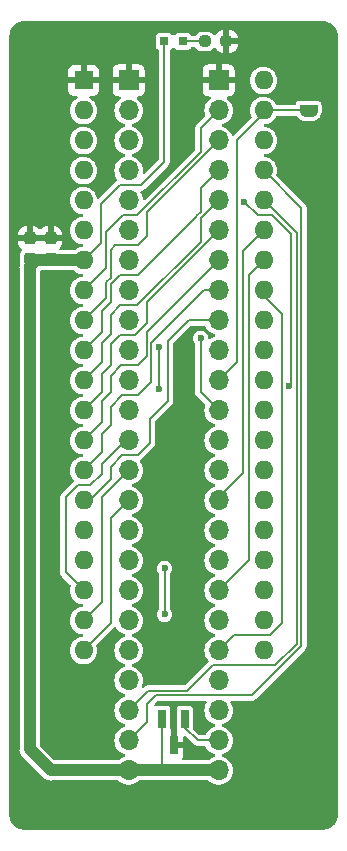
<source format=gbr>
G04 #@! TF.GenerationSoftware,KiCad,Pcbnew,7.0.11+dfsg-1build4*
G04 #@! TF.CreationDate,2024-11-01T17:45:29+09:00*
G04 #@! TF.ProjectId,bionic-mc6809,62696f6e-6963-42d6-9d63-363830392e6b,6*
G04 #@! TF.SameCoordinates,Original*
G04 #@! TF.FileFunction,Copper,L1,Top*
G04 #@! TF.FilePolarity,Positive*
%FSLAX46Y46*%
G04 Gerber Fmt 4.6, Leading zero omitted, Abs format (unit mm)*
G04 Created by KiCad (PCBNEW 7.0.11+dfsg-1build4) date 2024-11-01 17:45:29*
%MOMM*%
%LPD*%
G01*
G04 APERTURE LIST*
G04 Aperture macros list*
%AMRoundRect*
0 Rectangle with rounded corners*
0 $1 Rounding radius*
0 $2 $3 $4 $5 $6 $7 $8 $9 X,Y pos of 4 corners*
0 Add a 4 corners polygon primitive as box body*
4,1,4,$2,$3,$4,$5,$6,$7,$8,$9,$2,$3,0*
0 Add four circle primitives for the rounded corners*
1,1,$1+$1,$2,$3*
1,1,$1+$1,$4,$5*
1,1,$1+$1,$6,$7*
1,1,$1+$1,$8,$9*
0 Add four rect primitives between the rounded corners*
20,1,$1+$1,$2,$3,$4,$5,0*
20,1,$1+$1,$4,$5,$6,$7,0*
20,1,$1+$1,$6,$7,$8,$9,0*
20,1,$1+$1,$8,$9,$2,$3,0*%
%AMFreePoly0*
4,1,19,0.500000,-0.750000,0.000000,-0.750000,0.000000,-0.744911,-0.071157,-0.744911,-0.207708,-0.704816,-0.327430,-0.627875,-0.420627,-0.520320,-0.479746,-0.390866,-0.500000,-0.250000,-0.500000,0.250000,-0.479746,0.390866,-0.420627,0.520320,-0.327430,0.627875,-0.207708,0.704816,-0.071157,0.744911,0.000000,0.744911,0.000000,0.750000,0.500000,0.750000,0.500000,-0.750000,0.500000,-0.750000,
$1*%
%AMFreePoly1*
4,1,19,0.000000,0.744911,0.071157,0.744911,0.207708,0.704816,0.327430,0.627875,0.420627,0.520320,0.479746,0.390866,0.500000,0.250000,0.500000,-0.250000,0.479746,-0.390866,0.420627,-0.520320,0.327430,-0.627875,0.207708,-0.704816,0.071157,-0.744911,0.000000,-0.744911,0.000000,-0.750000,-0.500000,-0.750000,-0.500000,0.750000,0.000000,0.750000,0.000000,0.744911,0.000000,0.744911,
$1*%
G04 Aperture macros list end*
G04 #@! TA.AperFunction,SMDPad,CuDef*
%ADD10FreePoly0,270.000000*%
G04 #@! TD*
G04 #@! TA.AperFunction,SMDPad,CuDef*
%ADD11FreePoly1,270.000000*%
G04 #@! TD*
G04 #@! TA.AperFunction,SMDPad,CuDef*
%ADD12RoundRect,0.237500X-0.250000X-0.237500X0.250000X-0.237500X0.250000X0.237500X-0.250000X0.237500X0*%
G04 #@! TD*
G04 #@! TA.AperFunction,SMDPad,CuDef*
%ADD13RoundRect,0.237500X0.237500X-0.300000X0.237500X0.300000X-0.237500X0.300000X-0.237500X-0.300000X0*%
G04 #@! TD*
G04 #@! TA.AperFunction,SMDPad,CuDef*
%ADD14R,0.762000X0.711200*%
G04 #@! TD*
G04 #@! TA.AperFunction,SMDPad,CuDef*
%ADD15R,0.660400X1.625600*%
G04 #@! TD*
G04 #@! TA.AperFunction,ComponentPad*
%ADD16R,1.600000X1.600000*%
G04 #@! TD*
G04 #@! TA.AperFunction,ComponentPad*
%ADD17O,1.600000X1.600000*%
G04 #@! TD*
G04 #@! TA.AperFunction,ComponentPad*
%ADD18O,1.700000X1.700000*%
G04 #@! TD*
G04 #@! TA.AperFunction,ComponentPad*
%ADD19R,1.700000X1.700000*%
G04 #@! TD*
G04 #@! TA.AperFunction,ViaPad*
%ADD20C,0.600000*%
G04 #@! TD*
G04 #@! TA.AperFunction,Conductor*
%ADD21C,0.200000*%
G04 #@! TD*
G04 #@! TA.AperFunction,Conductor*
%ADD22C,1.000000*%
G04 #@! TD*
G04 APERTURE END LIST*
D10*
X126400000Y-76350000D03*
D11*
X126400000Y-77650000D03*
D12*
X117613500Y-71778000D03*
X119438500Y-71778000D03*
D13*
X102778000Y-90166500D03*
X102778000Y-88441500D03*
D14*
X115744700Y-71778000D03*
X114195300Y-71778000D03*
D13*
X104556000Y-90166500D03*
X104556000Y-88441500D03*
D15*
X115920001Y-129182000D03*
X114019999Y-129182000D03*
X114970000Y-131314000D03*
D16*
X107350000Y-75080000D03*
D17*
X107350000Y-77620000D03*
X107350000Y-80160000D03*
X107350000Y-82700000D03*
X107350000Y-85240000D03*
X107350000Y-87780000D03*
X107350000Y-90320000D03*
X107350000Y-92860000D03*
X107350000Y-95400000D03*
X107350000Y-97940000D03*
X107350000Y-100480000D03*
X107350000Y-103020000D03*
X107350000Y-105560000D03*
X107350000Y-108100000D03*
X107350000Y-110640000D03*
X107350000Y-113180000D03*
X107350000Y-115720000D03*
X107350000Y-118260000D03*
X107350000Y-120800000D03*
X107350000Y-123340000D03*
X122590000Y-123340000D03*
X122590000Y-120800000D03*
X122590000Y-118260000D03*
X122590000Y-115720000D03*
X122590000Y-113180000D03*
X122590000Y-110640000D03*
X122590000Y-108100000D03*
X122590000Y-105560000D03*
X122590000Y-103020000D03*
X122590000Y-100480000D03*
X122590000Y-97940000D03*
X122590000Y-95400000D03*
X122590000Y-92860000D03*
X122590000Y-90320000D03*
X122590000Y-87780000D03*
X122590000Y-85240000D03*
X122590000Y-82700000D03*
X122590000Y-80160000D03*
X122590000Y-77620000D03*
X122590000Y-75080000D03*
D18*
X118780000Y-133500000D03*
X118780000Y-130960000D03*
X118780000Y-128420000D03*
X118780000Y-125880000D03*
X118780000Y-123340000D03*
X118780000Y-120800000D03*
X118780000Y-118260000D03*
X118780000Y-115720000D03*
X118780000Y-113180000D03*
X118780000Y-110640000D03*
X118780000Y-108100000D03*
X118780000Y-105560000D03*
X118780000Y-103020000D03*
X118780000Y-100480000D03*
X118780000Y-97940000D03*
X118780000Y-95400000D03*
X118780000Y-92860000D03*
X118780000Y-90320000D03*
X118780000Y-87780000D03*
X118780000Y-85240000D03*
X118780000Y-82700000D03*
X118780000Y-80160000D03*
X118780000Y-77620000D03*
D19*
X118780000Y-75080000D03*
X111160000Y-75080000D03*
D18*
X111160000Y-77620000D03*
X111160000Y-80160000D03*
X111160000Y-82700000D03*
X111160000Y-85240000D03*
X111160000Y-87780000D03*
X111160000Y-90320000D03*
X111160000Y-92860000D03*
X111160000Y-95400000D03*
X111160000Y-97940000D03*
X111160000Y-100480000D03*
X111160000Y-103020000D03*
X111160000Y-105560000D03*
X111160000Y-108100000D03*
X111160000Y-110640000D03*
X111160000Y-113180000D03*
X111160000Y-115720000D03*
X111160000Y-118260000D03*
X111160000Y-120800000D03*
X111160000Y-123340000D03*
X111160000Y-125880000D03*
X111160000Y-128420000D03*
X111160000Y-130960000D03*
X111160000Y-133500000D03*
D20*
X114970000Y-114450000D03*
X104810000Y-130960000D03*
X114970000Y-123340000D03*
X116240000Y-131849000D03*
X120939000Y-85367000D03*
X124714000Y-100988000D03*
X113700000Y-101242000D03*
X113700000Y-97686000D03*
X114208000Y-120292000D03*
X114208000Y-116390000D03*
X117256000Y-96924000D03*
D21*
X122590000Y-85240000D02*
X125384000Y-88034000D01*
X125384000Y-88034000D02*
X125384000Y-122774314D01*
X125384000Y-122774314D02*
X123548314Y-124610000D01*
X112830000Y-126750000D02*
X111160000Y-128420000D01*
X123548314Y-124610000D02*
X118272000Y-124610000D01*
X118272000Y-124610000D02*
X116132000Y-126750000D01*
X116132000Y-126750000D02*
X112830000Y-126750000D01*
X115920001Y-129182000D02*
X115920001Y-129878001D01*
X115920001Y-129878001D02*
X117002000Y-130960000D01*
X117002000Y-130960000D02*
X118780000Y-130960000D01*
D22*
X118780000Y-133500000D02*
X114081000Y-133500000D01*
X114081000Y-133500000D02*
X111160000Y-133500000D01*
D21*
X114019999Y-129182000D02*
X114019999Y-133438999D01*
X114019999Y-133438999D02*
X114081000Y-133500000D01*
X108836000Y-85532000D02*
X108836000Y-88834000D01*
X114195300Y-81950700D02*
X112176000Y-83970000D01*
X104645000Y-90320000D02*
X104556000Y-90231000D01*
D22*
X111160000Y-133500000D02*
X104810000Y-133500000D01*
X104556000Y-133500000D02*
X102778000Y-131722000D01*
D21*
X114195300Y-71778000D02*
X114195300Y-81950700D01*
X112176000Y-83970000D02*
X110398000Y-83970000D01*
D22*
X104810000Y-133500000D02*
X104556000Y-133500000D01*
X103286000Y-90320000D02*
X107350000Y-90320000D01*
X102778000Y-131722000D02*
X102778000Y-90828000D01*
D21*
X104556000Y-90231000D02*
X104556000Y-90166500D01*
D22*
X102778000Y-90828000D02*
X103286000Y-90320000D01*
D21*
X110398000Y-83970000D02*
X108836000Y-85532000D01*
X108836000Y-88834000D02*
X107350000Y-90320000D01*
X117613500Y-71778000D02*
X115744700Y-71778000D01*
X124876000Y-100826000D02*
X124714000Y-100988000D01*
X122082000Y-86510000D02*
X123294314Y-86510000D01*
X120939000Y-85367000D02*
X122082000Y-86510000D01*
X123294314Y-86510000D02*
X124876000Y-88091686D01*
X124876000Y-88091686D02*
X124876000Y-100826000D01*
X113700000Y-97686000D02*
X113700000Y-101242000D01*
X105826000Y-116736000D02*
X107350000Y-118260000D01*
X106842000Y-109370000D02*
X105826000Y-110386000D01*
X108874000Y-108369818D02*
X107873818Y-109370000D01*
X105826000Y-110386000D02*
X105826000Y-116736000D01*
X108874000Y-107592000D02*
X108874000Y-108369818D01*
X107873818Y-109370000D02*
X106842000Y-109370000D01*
X110906000Y-105560000D02*
X108874000Y-107592000D01*
X111160000Y-105560000D02*
X110906000Y-105560000D01*
X108874000Y-119276000D02*
X107350000Y-120800000D01*
X111160000Y-108100000D02*
X108874000Y-110386000D01*
X108874000Y-110386000D02*
X108874000Y-119276000D01*
X109636000Y-121054000D02*
X107350000Y-123340000D01*
X111160000Y-110640000D02*
X109636000Y-112164000D01*
X109636000Y-112164000D02*
X109636000Y-121054000D01*
X114208000Y-116390000D02*
X114208000Y-120292000D01*
X125784000Y-85894000D02*
X122590000Y-82700000D01*
X112684000Y-127912000D02*
X113446000Y-127150000D01*
X125784000Y-122940000D02*
X125784000Y-85894000D01*
X113446000Y-127150000D02*
X121574000Y-127150000D01*
X112684000Y-129436000D02*
X112684000Y-127912000D01*
X121574000Y-127150000D02*
X125784000Y-122940000D01*
X111160000Y-130960000D02*
X112684000Y-129436000D01*
X122590000Y-93338100D02*
X124114000Y-94862100D01*
X122590000Y-92860000D02*
X122590000Y-93338100D01*
X123098000Y-122070000D02*
X120050000Y-122070000D01*
X124114000Y-121054000D02*
X123098000Y-122070000D01*
X120050000Y-122070000D02*
X118780000Y-123340000D01*
X124114000Y-94862100D02*
X124114000Y-121054000D01*
X121320000Y-115720000D02*
X121320000Y-91590000D01*
X121320000Y-91590000D02*
X122590000Y-90320000D01*
X118780000Y-118260000D02*
X121320000Y-115720000D01*
X120812000Y-108354000D02*
X120812000Y-89558000D01*
X120812000Y-89558000D02*
X122590000Y-87780000D01*
X118780000Y-110386000D02*
X120812000Y-108354000D01*
X118780000Y-110640000D02*
X118780000Y-110386000D01*
X117256000Y-96924000D02*
X117256000Y-101496000D01*
X119034000Y-103020000D02*
X118780000Y-103020000D01*
X117256000Y-101496000D02*
X118780000Y-103020000D01*
X122590000Y-77620000D02*
X126370000Y-77620000D01*
X122590000Y-77874000D02*
X120304000Y-80160000D01*
X126370000Y-77620000D02*
X126400000Y-77650000D01*
X120304000Y-98956000D02*
X118780000Y-100480000D01*
X122590000Y-77620000D02*
X122590000Y-77762000D01*
X122590000Y-77762000D02*
X122732000Y-77620000D01*
X122590000Y-77762000D02*
X122590000Y-77874000D01*
X120304000Y-80160000D02*
X120304000Y-98956000D01*
X116240000Y-95400000D02*
X118780000Y-95400000D01*
X109636000Y-108862000D02*
X109636000Y-107794827D01*
X107350000Y-110640000D02*
X107858000Y-110640000D01*
X109636000Y-107794827D02*
X110600827Y-106830000D01*
X114462000Y-97178000D02*
X116240000Y-95400000D01*
X107858000Y-110640000D02*
X109636000Y-108862000D01*
X112938000Y-105814000D02*
X112938000Y-103782000D01*
X111922000Y-106830000D02*
X112938000Y-105814000D01*
X110600827Y-106830000D02*
X111922000Y-106830000D01*
X114462000Y-102258000D02*
X114462000Y-97178000D01*
X112938000Y-103782000D02*
X114462000Y-102258000D01*
X111922000Y-101750000D02*
X110600827Y-101750000D01*
X108874000Y-106576000D02*
X107350000Y-108100000D01*
X109636000Y-104290000D02*
X108874000Y-105052000D01*
X117510000Y-92860000D02*
X113084000Y-97286000D01*
X109636000Y-102714827D02*
X109636000Y-104290000D01*
X118780000Y-92860000D02*
X117510000Y-92860000D01*
X113084000Y-100588000D02*
X111922000Y-101750000D01*
X113084000Y-97286000D02*
X113084000Y-100588000D01*
X108874000Y-105052000D02*
X108874000Y-106576000D01*
X110600827Y-101750000D02*
X109636000Y-102714827D01*
X112684000Y-96416000D02*
X112684000Y-98448000D01*
X112684000Y-98448000D02*
X111922000Y-99210000D01*
X108874000Y-102258000D02*
X108874000Y-104036000D01*
X108874000Y-104036000D02*
X107350000Y-105560000D01*
X110544000Y-99210000D02*
X109636000Y-100118000D01*
X118780000Y-90320000D02*
X112684000Y-96416000D01*
X111922000Y-99210000D02*
X110544000Y-99210000D01*
X109636000Y-101496000D02*
X108874000Y-102258000D01*
X109636000Y-100118000D02*
X109636000Y-101496000D01*
X111668000Y-96670000D02*
X110398000Y-96670000D01*
X109636000Y-99210000D02*
X108874000Y-99972000D01*
X108874000Y-101496000D02*
X107350000Y-103020000D01*
X110398000Y-96670000D02*
X109636000Y-97432000D01*
X112684000Y-93876000D02*
X112684000Y-95654000D01*
X112684000Y-95654000D02*
X111668000Y-96670000D01*
X109636000Y-97432000D02*
X109636000Y-99210000D01*
X118780000Y-87780000D02*
X112684000Y-93876000D01*
X108874000Y-99972000D02*
X108874000Y-101496000D01*
X108874000Y-97305000D02*
X108874000Y-98956000D01*
X108874000Y-98956000D02*
X107350000Y-100480000D01*
X110473827Y-94130000D02*
X109636000Y-94967827D01*
X111864314Y-94130000D02*
X110473827Y-94130000D01*
X109636000Y-94967827D02*
X109636000Y-96543000D01*
X118780000Y-85240000D02*
X117256000Y-86764000D01*
X117256000Y-88738314D02*
X111864314Y-94130000D01*
X117256000Y-86764000D02*
X117256000Y-88738314D01*
X109636000Y-96543000D02*
X108874000Y-97305000D01*
X116856000Y-86598314D02*
X116856000Y-86656000D01*
X109674000Y-92352000D02*
X109674000Y-93838000D01*
X108874000Y-96416000D02*
X107350000Y-97940000D01*
X116856000Y-86656000D02*
X111922000Y-91590000D01*
X108874000Y-94638000D02*
X108874000Y-96416000D01*
X117256000Y-86198314D02*
X116856000Y-86598314D01*
X111922000Y-91590000D02*
X110436000Y-91590000D01*
X109674000Y-93838000D02*
X108874000Y-94638000D01*
X117256000Y-84224000D02*
X117256000Y-86198314D01*
X110436000Y-91590000D02*
X109674000Y-92352000D01*
X118780000Y-82700000D02*
X117256000Y-84224000D01*
X109274000Y-93476000D02*
X107350000Y-95400000D01*
X112684000Y-86256000D02*
X112684000Y-88288000D01*
X109636000Y-91824314D02*
X109274000Y-92186315D01*
X107267700Y-95317700D02*
X107350000Y-95400000D01*
X111922000Y-89050000D02*
X110036000Y-89050000D01*
X109274000Y-92186315D02*
X109274000Y-93476000D01*
X118780000Y-80160000D02*
X112684000Y-86256000D01*
X110036000Y-89050000D02*
X109636000Y-89450000D01*
X112684000Y-88288000D02*
X111922000Y-89050000D01*
X109636000Y-89450000D02*
X109636000Y-91824314D01*
X110697685Y-86464315D02*
X109236000Y-87926000D01*
X111910000Y-86464315D02*
X110697685Y-86464315D01*
X117256000Y-79144000D02*
X117256000Y-81118315D01*
X117256000Y-81118315D02*
X111910000Y-86464315D01*
X109236000Y-90974000D02*
X107350000Y-92860000D01*
X109236000Y-87926000D02*
X109236000Y-90974000D01*
X118780000Y-77620000D02*
X117256000Y-79144000D01*
G04 #@! TA.AperFunction,Conductor*
G36*
X106594210Y-91190185D02*
G01*
X106610709Y-91202863D01*
X106647520Y-91236420D01*
X106653698Y-91242052D01*
X106834981Y-91354298D01*
X107033802Y-91431321D01*
X107230613Y-91468111D01*
X107292893Y-91499779D01*
X107328166Y-91560092D01*
X107325232Y-91629900D01*
X107285023Y-91687040D01*
X107230613Y-91711888D01*
X107033802Y-91748679D01*
X107033799Y-91748679D01*
X107033799Y-91748680D01*
X106834982Y-91825701D01*
X106834980Y-91825702D01*
X106653699Y-91937947D01*
X106496127Y-92081593D01*
X106367632Y-92251746D01*
X106272596Y-92442605D01*
X106272596Y-92442607D01*
X106214244Y-92647689D01*
X106194571Y-92859999D01*
X106194571Y-92860000D01*
X106214244Y-93072310D01*
X106272596Y-93277392D01*
X106272596Y-93277394D01*
X106367632Y-93468253D01*
X106421330Y-93539360D01*
X106496128Y-93638407D01*
X106653698Y-93782052D01*
X106834981Y-93894298D01*
X107033802Y-93971321D01*
X107230613Y-94008111D01*
X107292893Y-94039779D01*
X107328166Y-94100092D01*
X107325232Y-94169900D01*
X107285023Y-94227040D01*
X107230613Y-94251888D01*
X107033802Y-94288679D01*
X107033799Y-94288679D01*
X107033799Y-94288680D01*
X106834982Y-94365701D01*
X106834980Y-94365702D01*
X106653699Y-94477947D01*
X106496127Y-94621593D01*
X106367632Y-94791746D01*
X106272596Y-94982605D01*
X106272596Y-94982607D01*
X106214244Y-95187689D01*
X106194571Y-95399999D01*
X106194571Y-95400000D01*
X106214244Y-95612310D01*
X106272596Y-95817392D01*
X106272596Y-95817394D01*
X106367632Y-96008253D01*
X106492930Y-96174172D01*
X106496128Y-96178407D01*
X106653698Y-96322052D01*
X106834981Y-96434298D01*
X107033802Y-96511321D01*
X107230613Y-96548111D01*
X107292893Y-96579779D01*
X107328166Y-96640092D01*
X107325232Y-96709900D01*
X107285023Y-96767040D01*
X107230613Y-96791888D01*
X107033802Y-96828679D01*
X107033799Y-96828679D01*
X107033799Y-96828680D01*
X106834982Y-96905701D01*
X106834980Y-96905702D01*
X106653699Y-97017947D01*
X106496127Y-97161593D01*
X106367632Y-97331746D01*
X106272596Y-97522605D01*
X106272596Y-97522607D01*
X106214244Y-97727689D01*
X106194571Y-97939999D01*
X106194571Y-97940000D01*
X106214244Y-98152310D01*
X106272596Y-98357392D01*
X106272596Y-98357394D01*
X106367632Y-98548253D01*
X106492930Y-98714172D01*
X106496128Y-98718407D01*
X106653698Y-98862052D01*
X106834981Y-98974298D01*
X107033802Y-99051321D01*
X107230613Y-99088111D01*
X107292893Y-99119779D01*
X107328166Y-99180092D01*
X107325232Y-99249900D01*
X107285023Y-99307040D01*
X107230613Y-99331888D01*
X107033802Y-99368679D01*
X107033799Y-99368679D01*
X107033799Y-99368680D01*
X106834982Y-99445701D01*
X106834980Y-99445702D01*
X106653699Y-99557947D01*
X106496127Y-99701593D01*
X106367632Y-99871746D01*
X106272596Y-100062605D01*
X106272596Y-100062607D01*
X106214244Y-100267689D01*
X106194571Y-100479999D01*
X106194571Y-100480000D01*
X106214244Y-100692310D01*
X106272596Y-100897392D01*
X106272596Y-100897394D01*
X106367632Y-101088253D01*
X106492930Y-101254172D01*
X106496128Y-101258407D01*
X106653698Y-101402052D01*
X106834981Y-101514298D01*
X107033802Y-101591321D01*
X107230613Y-101628111D01*
X107292893Y-101659779D01*
X107328166Y-101720092D01*
X107325232Y-101789900D01*
X107285023Y-101847040D01*
X107230613Y-101871888D01*
X107033802Y-101908679D01*
X107033799Y-101908679D01*
X107033799Y-101908680D01*
X106834982Y-101985701D01*
X106834980Y-101985702D01*
X106653699Y-102097947D01*
X106496127Y-102241593D01*
X106367632Y-102411746D01*
X106272596Y-102602605D01*
X106272596Y-102602607D01*
X106214244Y-102807689D01*
X106194571Y-103019999D01*
X106194571Y-103020000D01*
X106214244Y-103232310D01*
X106272596Y-103437392D01*
X106272596Y-103437394D01*
X106367632Y-103628253D01*
X106492930Y-103794172D01*
X106496128Y-103798407D01*
X106653698Y-103942052D01*
X106834981Y-104054298D01*
X107033802Y-104131321D01*
X107230613Y-104168111D01*
X107292893Y-104199779D01*
X107328166Y-104260092D01*
X107325232Y-104329900D01*
X107285023Y-104387040D01*
X107230613Y-104411888D01*
X107033802Y-104448679D01*
X107033799Y-104448679D01*
X107033799Y-104448680D01*
X106834982Y-104525701D01*
X106834980Y-104525702D01*
X106653699Y-104637947D01*
X106496127Y-104781593D01*
X106367632Y-104951746D01*
X106272596Y-105142605D01*
X106272596Y-105142607D01*
X106216870Y-105338462D01*
X106214244Y-105347690D01*
X106194571Y-105560000D01*
X106214244Y-105772310D01*
X106232922Y-105837957D01*
X106272596Y-105977392D01*
X106272596Y-105977394D01*
X106367632Y-106168253D01*
X106492930Y-106334172D01*
X106496128Y-106338407D01*
X106653698Y-106482052D01*
X106834981Y-106594298D01*
X107033802Y-106671321D01*
X107230613Y-106708111D01*
X107292893Y-106739779D01*
X107328166Y-106800092D01*
X107325232Y-106869900D01*
X107285023Y-106927040D01*
X107230613Y-106951888D01*
X107033802Y-106988679D01*
X107033799Y-106988679D01*
X107033799Y-106988680D01*
X106834982Y-107065701D01*
X106834980Y-107065702D01*
X106653699Y-107177947D01*
X106496127Y-107321593D01*
X106367632Y-107491746D01*
X106272596Y-107682605D01*
X106272596Y-107682607D01*
X106216870Y-107878462D01*
X106214244Y-107887690D01*
X106194571Y-108100000D01*
X106214244Y-108312310D01*
X106233266Y-108379166D01*
X106272596Y-108517392D01*
X106272596Y-108517394D01*
X106367632Y-108708253D01*
X106496128Y-108878407D01*
X106504110Y-108885684D01*
X106540390Y-108945397D01*
X106538627Y-109015244D01*
X106504913Y-109068215D01*
X106485809Y-109085941D01*
X106480015Y-109093207D01*
X106479363Y-109092687D01*
X106469969Y-109104925D01*
X105530263Y-110044632D01*
X105519898Y-110053895D01*
X105492033Y-110076117D01*
X105492030Y-110076121D01*
X105459823Y-110123357D01*
X105457144Y-110127132D01*
X105423206Y-110173118D01*
X105419216Y-110180667D01*
X105415528Y-110188325D01*
X105398673Y-110242967D01*
X105397225Y-110247368D01*
X105378353Y-110301304D01*
X105376771Y-110309659D01*
X105375500Y-110318100D01*
X105375500Y-110375260D01*
X105375413Y-110379897D01*
X105373275Y-110437009D01*
X105374316Y-110446243D01*
X105373485Y-110446336D01*
X105375500Y-110461635D01*
X105375500Y-116703738D01*
X105374720Y-116717623D01*
X105370729Y-116753036D01*
X105381355Y-116809196D01*
X105382132Y-116813765D01*
X105390652Y-116870291D01*
X105393162Y-116878427D01*
X105395976Y-116886470D01*
X105395976Y-116886471D01*
X105395977Y-116886472D01*
X105413961Y-116920500D01*
X105422688Y-116937011D01*
X105424776Y-116941149D01*
X105449574Y-116992641D01*
X105454362Y-116999665D01*
X105459431Y-117006532D01*
X105459434Y-117006538D01*
X105459438Y-117006542D01*
X105499847Y-117046951D01*
X105503064Y-117050290D01*
X105541947Y-117092196D01*
X105549210Y-117097988D01*
X105548689Y-117098641D01*
X105560930Y-117108034D01*
X106226142Y-117773246D01*
X106259627Y-117834569D01*
X106257727Y-117894861D01*
X106214244Y-118047687D01*
X106194571Y-118259999D01*
X106194571Y-118260000D01*
X106214244Y-118472310D01*
X106272596Y-118677392D01*
X106272596Y-118677394D01*
X106367632Y-118868253D01*
X106492930Y-119034172D01*
X106496128Y-119038407D01*
X106653698Y-119182052D01*
X106834981Y-119294298D01*
X107033802Y-119371321D01*
X107230613Y-119408111D01*
X107292893Y-119439779D01*
X107328166Y-119500092D01*
X107325232Y-119569900D01*
X107285023Y-119627040D01*
X107230613Y-119651888D01*
X107033802Y-119688679D01*
X107033799Y-119688679D01*
X107033799Y-119688680D01*
X106834982Y-119765701D01*
X106834980Y-119765702D01*
X106653699Y-119877947D01*
X106496127Y-120021593D01*
X106367632Y-120191746D01*
X106272596Y-120382605D01*
X106272596Y-120382607D01*
X106214244Y-120587689D01*
X106213426Y-120596523D01*
X106194571Y-120800000D01*
X106214244Y-121012310D01*
X106228503Y-121062426D01*
X106272596Y-121217392D01*
X106272596Y-121217394D01*
X106367632Y-121408253D01*
X106496127Y-121578406D01*
X106496128Y-121578407D01*
X106653698Y-121722052D01*
X106834981Y-121834298D01*
X107033802Y-121911321D01*
X107230613Y-121948111D01*
X107292893Y-121979779D01*
X107328166Y-122040092D01*
X107325232Y-122109900D01*
X107285023Y-122167040D01*
X107230613Y-122191888D01*
X107033802Y-122228679D01*
X107033799Y-122228679D01*
X107033799Y-122228680D01*
X106834982Y-122305701D01*
X106834980Y-122305702D01*
X106653699Y-122417947D01*
X106496127Y-122561593D01*
X106367632Y-122731746D01*
X106272596Y-122922605D01*
X106272596Y-122922607D01*
X106214244Y-123127689D01*
X106194571Y-123339999D01*
X106194571Y-123340000D01*
X106214244Y-123552310D01*
X106272596Y-123757392D01*
X106272596Y-123757394D01*
X106367632Y-123948253D01*
X106496127Y-124118406D01*
X106496128Y-124118407D01*
X106653698Y-124262052D01*
X106834981Y-124374298D01*
X107033802Y-124451321D01*
X107243390Y-124490500D01*
X107243392Y-124490500D01*
X107456608Y-124490500D01*
X107456610Y-124490500D01*
X107666198Y-124451321D01*
X107865019Y-124374298D01*
X108046302Y-124262052D01*
X108203872Y-124118407D01*
X108332366Y-123948255D01*
X108418373Y-123775528D01*
X108427403Y-123757394D01*
X108427403Y-123757393D01*
X108427405Y-123757389D01*
X108485756Y-123552310D01*
X108505429Y-123340000D01*
X108485756Y-123127690D01*
X108442271Y-122974858D01*
X108442857Y-122904995D01*
X108473854Y-122853248D01*
X109931744Y-121395357D01*
X109942084Y-121386116D01*
X109942886Y-121385476D01*
X110007569Y-121359073D01*
X110076264Y-121371831D01*
X110127156Y-121419704D01*
X110131191Y-121427157D01*
X110134938Y-121434683D01*
X110134943Y-121434691D01*
X110269020Y-121612238D01*
X110433437Y-121762123D01*
X110433439Y-121762125D01*
X110622595Y-121879245D01*
X110622596Y-121879245D01*
X110622599Y-121879247D01*
X110816524Y-121954374D01*
X110871924Y-121996946D01*
X110895515Y-122062713D01*
X110879804Y-122130793D01*
X110829780Y-122179572D01*
X110816533Y-122185622D01*
X110705389Y-122228680D01*
X110622601Y-122260752D01*
X110622595Y-122260754D01*
X110433439Y-122377874D01*
X110433437Y-122377876D01*
X110269020Y-122527761D01*
X110134943Y-122705308D01*
X110134938Y-122705316D01*
X110035775Y-122904461D01*
X110035769Y-122904476D01*
X109974885Y-123118462D01*
X109974884Y-123118464D01*
X109954357Y-123339999D01*
X109954357Y-123340000D01*
X109974884Y-123561535D01*
X109974885Y-123561537D01*
X110035769Y-123775523D01*
X110035775Y-123775538D01*
X110134938Y-123974683D01*
X110134943Y-123974691D01*
X110269020Y-124152238D01*
X110433437Y-124302123D01*
X110433439Y-124302125D01*
X110622595Y-124419245D01*
X110622596Y-124419245D01*
X110622599Y-124419247D01*
X110816524Y-124494374D01*
X110871924Y-124536946D01*
X110895515Y-124602713D01*
X110879804Y-124670793D01*
X110829780Y-124719572D01*
X110816533Y-124725622D01*
X110668488Y-124782975D01*
X110622601Y-124800752D01*
X110622595Y-124800754D01*
X110433439Y-124917874D01*
X110433437Y-124917876D01*
X110269020Y-125067761D01*
X110134943Y-125245308D01*
X110134938Y-125245316D01*
X110035775Y-125444461D01*
X110035769Y-125444476D01*
X109974885Y-125658462D01*
X109974884Y-125658464D01*
X109954357Y-125879999D01*
X109954357Y-125880000D01*
X109974884Y-126101535D01*
X109974885Y-126101537D01*
X110035769Y-126315523D01*
X110035775Y-126315538D01*
X110134938Y-126514683D01*
X110134943Y-126514691D01*
X110269020Y-126692238D01*
X110433437Y-126842123D01*
X110433439Y-126842125D01*
X110622595Y-126959245D01*
X110622596Y-126959245D01*
X110622599Y-126959247D01*
X110816524Y-127034374D01*
X110871924Y-127076946D01*
X110895515Y-127142713D01*
X110879804Y-127210793D01*
X110829780Y-127259572D01*
X110816533Y-127265622D01*
X110691259Y-127314154D01*
X110622601Y-127340752D01*
X110622595Y-127340754D01*
X110433439Y-127457874D01*
X110433437Y-127457876D01*
X110269020Y-127607761D01*
X110134943Y-127785308D01*
X110134938Y-127785316D01*
X110035775Y-127984461D01*
X110035769Y-127984476D01*
X109974885Y-128198462D01*
X109974884Y-128198464D01*
X109954357Y-128419999D01*
X109954357Y-128420000D01*
X109974884Y-128641535D01*
X109974885Y-128641537D01*
X110035769Y-128855523D01*
X110035775Y-128855538D01*
X110134938Y-129054683D01*
X110134943Y-129054691D01*
X110269020Y-129232238D01*
X110433437Y-129382123D01*
X110433439Y-129382125D01*
X110622595Y-129499245D01*
X110622596Y-129499245D01*
X110622599Y-129499247D01*
X110816524Y-129574374D01*
X110871924Y-129616946D01*
X110895515Y-129682713D01*
X110879804Y-129750793D01*
X110829780Y-129799572D01*
X110816533Y-129805622D01*
X110691259Y-129854154D01*
X110622601Y-129880752D01*
X110622595Y-129880754D01*
X110433439Y-129997874D01*
X110433437Y-129997876D01*
X110269020Y-130147761D01*
X110134943Y-130325308D01*
X110134938Y-130325316D01*
X110035775Y-130524461D01*
X110035769Y-130524476D01*
X109974885Y-130738462D01*
X109974884Y-130738464D01*
X109954357Y-130959999D01*
X109954357Y-130960000D01*
X109974884Y-131181535D01*
X109974885Y-131181537D01*
X110035769Y-131395523D01*
X110035775Y-131395538D01*
X110134938Y-131594683D01*
X110134943Y-131594691D01*
X110269020Y-131772238D01*
X110433437Y-131922123D01*
X110433439Y-131922125D01*
X110622595Y-132039245D01*
X110622596Y-132039245D01*
X110622599Y-132039247D01*
X110816524Y-132114374D01*
X110871924Y-132156946D01*
X110895515Y-132222713D01*
X110879804Y-132290793D01*
X110829780Y-132339572D01*
X110816533Y-132345622D01*
X110704803Y-132388907D01*
X110622601Y-132420752D01*
X110622595Y-132420754D01*
X110433439Y-132537874D01*
X110433437Y-132537876D01*
X110346492Y-132617137D01*
X110283688Y-132647754D01*
X110262954Y-132649500D01*
X104959651Y-132649500D01*
X104892612Y-132629815D01*
X104871970Y-132613181D01*
X103664819Y-131406030D01*
X103631334Y-131344707D01*
X103628500Y-131318349D01*
X103628500Y-91294500D01*
X103648185Y-91227461D01*
X103700989Y-91181706D01*
X103752500Y-91170500D01*
X106527171Y-91170500D01*
X106594210Y-91190185D01*
G37*
G04 #@! TD.AperFunction*
G04 #@! TA.AperFunction,Conductor*
G36*
X117713788Y-127620185D02*
G01*
X117759543Y-127672989D01*
X117769487Y-127742147D01*
X117755945Y-127779406D01*
X117757497Y-127780179D01*
X117655775Y-127984461D01*
X117655769Y-127984476D01*
X117594885Y-128198462D01*
X117594884Y-128198464D01*
X117574357Y-128419999D01*
X117574357Y-128420000D01*
X117594884Y-128641535D01*
X117594885Y-128641537D01*
X117655769Y-128855523D01*
X117655775Y-128855538D01*
X117754938Y-129054683D01*
X117754943Y-129054691D01*
X117889020Y-129232238D01*
X118053437Y-129382123D01*
X118053439Y-129382125D01*
X118242595Y-129499245D01*
X118242596Y-129499245D01*
X118242599Y-129499247D01*
X118436524Y-129574374D01*
X118491924Y-129616946D01*
X118515515Y-129682713D01*
X118499804Y-129750793D01*
X118449780Y-129799572D01*
X118436533Y-129805622D01*
X118311259Y-129854154D01*
X118242601Y-129880752D01*
X118242595Y-129880754D01*
X118053439Y-129997874D01*
X118053437Y-129997876D01*
X117889020Y-130147761D01*
X117754943Y-130325308D01*
X117754936Y-130325320D01*
X117697449Y-130440771D01*
X117649946Y-130492009D01*
X117586449Y-130509500D01*
X117239965Y-130509500D01*
X117172926Y-130489815D01*
X117152284Y-130473181D01*
X116637020Y-129957917D01*
X116603535Y-129896594D01*
X116600701Y-129870236D01*
X116600701Y-128335939D01*
X116590774Y-128267808D01*
X116590774Y-128267807D01*
X116539399Y-128162717D01*
X116539397Y-128162715D01*
X116539397Y-128162714D01*
X116456686Y-128080003D01*
X116351592Y-128028626D01*
X116283462Y-128018700D01*
X116283461Y-128018700D01*
X115556541Y-128018700D01*
X115556540Y-128018700D01*
X115488409Y-128028626D01*
X115383315Y-128080003D01*
X115300604Y-128162714D01*
X115249227Y-128267808D01*
X115239301Y-128335939D01*
X115239301Y-129930537D01*
X115220000Y-129996268D01*
X115220000Y-131064000D01*
X115800200Y-131064000D01*
X115800200Y-130694665D01*
X115819885Y-130627626D01*
X115872689Y-130581871D01*
X115941847Y-130571927D01*
X116005403Y-130600952D01*
X116011870Y-130606974D01*
X116364896Y-130959999D01*
X116660630Y-131255733D01*
X116669895Y-131266100D01*
X116692121Y-131293970D01*
X116692123Y-131293972D01*
X116739363Y-131326180D01*
X116743145Y-131328863D01*
X116789118Y-131362793D01*
X116796654Y-131366776D01*
X116804319Y-131370467D01*
X116804327Y-131370472D01*
X116829188Y-131378140D01*
X116858980Y-131387330D01*
X116863371Y-131388774D01*
X116917301Y-131407646D01*
X116917305Y-131407646D01*
X116925698Y-131409234D01*
X116934095Y-131410500D01*
X116934098Y-131410500D01*
X116991245Y-131410500D01*
X116995883Y-131410587D01*
X117053009Y-131412725D01*
X117053009Y-131412724D01*
X117053010Y-131412725D01*
X117053010Y-131412724D01*
X117062242Y-131411685D01*
X117062335Y-131412513D01*
X117077639Y-131410500D01*
X117586449Y-131410500D01*
X117653488Y-131430185D01*
X117697449Y-131479229D01*
X117754936Y-131594679D01*
X117754943Y-131594691D01*
X117889020Y-131772238D01*
X118053437Y-131922123D01*
X118053439Y-131922125D01*
X118242595Y-132039245D01*
X118242596Y-132039245D01*
X118242599Y-132039247D01*
X118436524Y-132114374D01*
X118491924Y-132156946D01*
X118515515Y-132222713D01*
X118499804Y-132290793D01*
X118449780Y-132339572D01*
X118436533Y-132345622D01*
X118324803Y-132388907D01*
X118242601Y-132420752D01*
X118242595Y-132420754D01*
X118053439Y-132537874D01*
X118053437Y-132537876D01*
X117966492Y-132617137D01*
X117903688Y-132647754D01*
X117882954Y-132649500D01*
X115781210Y-132649500D01*
X115714171Y-132629815D01*
X115668416Y-132577011D01*
X115658472Y-132507853D01*
X115681943Y-132451189D01*
X115743553Y-132368888D01*
X115743554Y-132368886D01*
X115793796Y-132234179D01*
X115793798Y-132234172D01*
X115800199Y-132174644D01*
X115800200Y-132174627D01*
X115800200Y-131564000D01*
X114844000Y-131564000D01*
X114776961Y-131544315D01*
X114731206Y-131491511D01*
X114720000Y-131440000D01*
X114720000Y-129987051D01*
X114703533Y-129956895D01*
X114700699Y-129930537D01*
X114700699Y-128335939D01*
X114690772Y-128267808D01*
X114690772Y-128267807D01*
X114639397Y-128162717D01*
X114639395Y-128162715D01*
X114639395Y-128162714D01*
X114556684Y-128080003D01*
X114451590Y-128028626D01*
X114383460Y-128018700D01*
X114383459Y-128018700D01*
X113656539Y-128018700D01*
X113656538Y-128018700D01*
X113588407Y-128028626D01*
X113504851Y-128069474D01*
X113435978Y-128081232D01*
X113371681Y-128053889D01*
X113332374Y-127996124D01*
X113330536Y-127926279D01*
X113362708Y-127870394D01*
X113596284Y-127636819D01*
X113657607Y-127603334D01*
X113683965Y-127600500D01*
X117646749Y-127600500D01*
X117713788Y-127620185D01*
G37*
G04 #@! TD.AperFunction*
G04 #@! TA.AperFunction,Conductor*
G36*
X117653488Y-95870185D02*
G01*
X117697449Y-95919229D01*
X117754936Y-96034679D01*
X117754943Y-96034691D01*
X117889020Y-96212238D01*
X118053437Y-96362123D01*
X118053439Y-96362125D01*
X118242595Y-96479245D01*
X118242596Y-96479245D01*
X118242599Y-96479247D01*
X118436524Y-96554374D01*
X118491924Y-96596946D01*
X118515515Y-96662713D01*
X118499804Y-96730793D01*
X118449780Y-96779572D01*
X118436533Y-96785622D01*
X118325389Y-96828680D01*
X118242601Y-96860752D01*
X118242595Y-96860754D01*
X118092285Y-96953822D01*
X118024924Y-96972377D01*
X117958225Y-96951569D01*
X117913364Y-96898004D01*
X117903913Y-96863343D01*
X117892237Y-96767182D01*
X117892183Y-96767040D01*
X117844038Y-96640092D01*
X117836220Y-96619477D01*
X117746483Y-96489470D01*
X117628240Y-96384717D01*
X117628238Y-96384716D01*
X117628237Y-96384715D01*
X117488365Y-96311303D01*
X117334986Y-96273500D01*
X117334985Y-96273500D01*
X117177015Y-96273500D01*
X117177014Y-96273500D01*
X117023634Y-96311303D01*
X116883762Y-96384715D01*
X116862529Y-96403526D01*
X116778582Y-96477896D01*
X116765516Y-96489471D01*
X116675781Y-96619475D01*
X116675780Y-96619476D01*
X116619762Y-96767181D01*
X116600722Y-96923999D01*
X116600722Y-96924000D01*
X116619762Y-97080818D01*
X116675780Y-97228523D01*
X116675781Y-97228524D01*
X116765518Y-97358532D01*
X116770491Y-97364145D01*
X116769044Y-97365426D01*
X116800850Y-97416120D01*
X116805500Y-97449759D01*
X116805500Y-101463738D01*
X116804720Y-101477623D01*
X116800729Y-101513036D01*
X116811355Y-101569196D01*
X116812132Y-101573765D01*
X116820652Y-101630291D01*
X116823162Y-101638427D01*
X116825976Y-101646470D01*
X116825976Y-101646471D01*
X116825977Y-101646472D01*
X116851725Y-101695190D01*
X116852688Y-101697011D01*
X116854776Y-101701149D01*
X116879574Y-101752641D01*
X116884362Y-101759665D01*
X116889431Y-101766532D01*
X116889434Y-101766538D01*
X116889438Y-101766542D01*
X116929847Y-101806951D01*
X116933064Y-101810290D01*
X116971947Y-101852196D01*
X116979210Y-101857988D01*
X116978689Y-101858641D01*
X116990930Y-101868034D01*
X117615672Y-102492776D01*
X117649157Y-102554099D01*
X117647258Y-102614391D01*
X117594884Y-102798468D01*
X117574357Y-103019999D01*
X117574357Y-103020000D01*
X117594884Y-103241535D01*
X117594885Y-103241537D01*
X117655769Y-103455523D01*
X117655775Y-103455538D01*
X117754938Y-103654683D01*
X117754943Y-103654691D01*
X117889020Y-103832238D01*
X118053437Y-103982123D01*
X118053439Y-103982125D01*
X118242595Y-104099245D01*
X118242596Y-104099245D01*
X118242599Y-104099247D01*
X118436524Y-104174374D01*
X118491924Y-104216946D01*
X118515515Y-104282713D01*
X118499804Y-104350793D01*
X118449780Y-104399572D01*
X118436533Y-104405622D01*
X118325389Y-104448680D01*
X118242601Y-104480752D01*
X118242595Y-104480754D01*
X118053439Y-104597874D01*
X118053437Y-104597876D01*
X117889020Y-104747761D01*
X117754943Y-104925308D01*
X117754938Y-104925316D01*
X117655775Y-105124461D01*
X117655769Y-105124476D01*
X117594885Y-105338462D01*
X117594884Y-105338464D01*
X117574357Y-105559999D01*
X117574357Y-105560000D01*
X117594884Y-105781535D01*
X117594885Y-105781537D01*
X117655769Y-105995523D01*
X117655775Y-105995538D01*
X117754938Y-106194683D01*
X117754943Y-106194691D01*
X117889020Y-106372238D01*
X118053437Y-106522123D01*
X118053439Y-106522125D01*
X118242595Y-106639245D01*
X118242596Y-106639245D01*
X118242599Y-106639247D01*
X118436524Y-106714374D01*
X118491924Y-106756946D01*
X118515515Y-106822713D01*
X118499804Y-106890793D01*
X118449780Y-106939572D01*
X118436533Y-106945622D01*
X118325389Y-106988680D01*
X118242601Y-107020752D01*
X118242595Y-107020754D01*
X118053439Y-107137874D01*
X118053437Y-107137876D01*
X117889020Y-107287761D01*
X117754943Y-107465308D01*
X117754938Y-107465316D01*
X117655775Y-107664461D01*
X117655769Y-107664476D01*
X117594885Y-107878462D01*
X117594884Y-107878464D01*
X117574357Y-108099999D01*
X117574357Y-108100000D01*
X117594884Y-108321535D01*
X117594885Y-108321537D01*
X117655769Y-108535523D01*
X117655775Y-108535538D01*
X117754938Y-108734683D01*
X117754943Y-108734691D01*
X117889020Y-108912238D01*
X118053437Y-109062123D01*
X118053439Y-109062125D01*
X118242595Y-109179245D01*
X118242596Y-109179245D01*
X118242599Y-109179247D01*
X118436524Y-109254374D01*
X118491924Y-109296946D01*
X118515515Y-109362713D01*
X118499804Y-109430793D01*
X118449780Y-109479572D01*
X118436533Y-109485622D01*
X118325389Y-109528680D01*
X118242601Y-109560752D01*
X118242595Y-109560754D01*
X118053439Y-109677874D01*
X118053437Y-109677876D01*
X117889020Y-109827761D01*
X117754943Y-110005308D01*
X117754938Y-110005316D01*
X117655775Y-110204461D01*
X117655769Y-110204476D01*
X117594885Y-110418462D01*
X117594884Y-110418464D01*
X117574357Y-110639999D01*
X117574357Y-110640000D01*
X117594884Y-110861535D01*
X117594885Y-110861537D01*
X117655769Y-111075523D01*
X117655775Y-111075538D01*
X117754938Y-111274683D01*
X117754943Y-111274691D01*
X117889020Y-111452238D01*
X118053437Y-111602123D01*
X118053439Y-111602125D01*
X118242595Y-111719245D01*
X118242596Y-111719245D01*
X118242599Y-111719247D01*
X118436524Y-111794374D01*
X118491924Y-111836946D01*
X118515515Y-111902713D01*
X118499804Y-111970793D01*
X118449780Y-112019572D01*
X118436533Y-112025622D01*
X118325389Y-112068680D01*
X118242601Y-112100752D01*
X118242595Y-112100754D01*
X118053439Y-112217874D01*
X118053437Y-112217876D01*
X117889020Y-112367761D01*
X117754943Y-112545308D01*
X117754938Y-112545316D01*
X117655775Y-112744461D01*
X117655769Y-112744476D01*
X117594885Y-112958462D01*
X117594884Y-112958464D01*
X117574357Y-113179999D01*
X117574357Y-113180000D01*
X117594884Y-113401535D01*
X117594885Y-113401537D01*
X117655769Y-113615523D01*
X117655775Y-113615538D01*
X117754938Y-113814683D01*
X117754943Y-113814691D01*
X117889020Y-113992238D01*
X118053437Y-114142123D01*
X118053439Y-114142125D01*
X118242595Y-114259245D01*
X118242596Y-114259245D01*
X118242599Y-114259247D01*
X118436524Y-114334374D01*
X118491924Y-114376946D01*
X118515515Y-114442713D01*
X118499804Y-114510793D01*
X118449780Y-114559572D01*
X118436533Y-114565622D01*
X118325389Y-114608680D01*
X118242601Y-114640752D01*
X118242595Y-114640754D01*
X118053439Y-114757874D01*
X118053437Y-114757876D01*
X117889020Y-114907761D01*
X117754943Y-115085308D01*
X117754938Y-115085316D01*
X117655775Y-115284461D01*
X117655769Y-115284476D01*
X117594885Y-115498462D01*
X117594884Y-115498464D01*
X117574357Y-115719999D01*
X117574357Y-115720000D01*
X117594884Y-115941535D01*
X117594885Y-115941537D01*
X117655769Y-116155523D01*
X117655775Y-116155538D01*
X117754938Y-116354683D01*
X117754943Y-116354691D01*
X117889020Y-116532238D01*
X118053437Y-116682123D01*
X118053439Y-116682125D01*
X118242595Y-116799245D01*
X118242596Y-116799245D01*
X118242599Y-116799247D01*
X118436524Y-116874374D01*
X118491924Y-116916946D01*
X118515515Y-116982713D01*
X118499804Y-117050793D01*
X118449780Y-117099572D01*
X118436533Y-117105622D01*
X118325389Y-117148680D01*
X118242601Y-117180752D01*
X118242595Y-117180754D01*
X118053439Y-117297874D01*
X118053437Y-117297876D01*
X117889020Y-117447761D01*
X117754943Y-117625308D01*
X117754938Y-117625316D01*
X117655775Y-117824461D01*
X117655769Y-117824476D01*
X117594885Y-118038462D01*
X117594884Y-118038464D01*
X117574357Y-118259999D01*
X117574357Y-118260000D01*
X117594884Y-118481535D01*
X117594885Y-118481537D01*
X117655769Y-118695523D01*
X117655775Y-118695538D01*
X117754938Y-118894683D01*
X117754943Y-118894691D01*
X117889020Y-119072238D01*
X118053437Y-119222123D01*
X118053439Y-119222125D01*
X118242595Y-119339245D01*
X118242596Y-119339245D01*
X118242599Y-119339247D01*
X118436524Y-119414374D01*
X118491924Y-119456946D01*
X118515515Y-119522713D01*
X118499804Y-119590793D01*
X118449780Y-119639572D01*
X118436533Y-119645622D01*
X118325389Y-119688680D01*
X118242601Y-119720752D01*
X118242595Y-119720754D01*
X118053439Y-119837874D01*
X118053437Y-119837876D01*
X117889020Y-119987761D01*
X117754943Y-120165308D01*
X117754938Y-120165316D01*
X117655775Y-120364461D01*
X117655769Y-120364476D01*
X117594885Y-120578462D01*
X117594884Y-120578464D01*
X117574357Y-120799999D01*
X117574357Y-120800000D01*
X117594884Y-121021535D01*
X117594885Y-121021537D01*
X117655769Y-121235523D01*
X117655775Y-121235538D01*
X117754938Y-121434683D01*
X117754943Y-121434691D01*
X117889020Y-121612238D01*
X118053437Y-121762123D01*
X118053439Y-121762125D01*
X118242595Y-121879245D01*
X118242596Y-121879245D01*
X118242599Y-121879247D01*
X118436524Y-121954374D01*
X118491924Y-121996946D01*
X118515515Y-122062713D01*
X118499804Y-122130793D01*
X118449780Y-122179572D01*
X118436533Y-122185622D01*
X118325389Y-122228680D01*
X118242601Y-122260752D01*
X118242595Y-122260754D01*
X118053439Y-122377874D01*
X118053437Y-122377876D01*
X117889020Y-122527761D01*
X117754943Y-122705308D01*
X117754938Y-122705316D01*
X117655775Y-122904461D01*
X117655769Y-122904476D01*
X117594885Y-123118462D01*
X117594884Y-123118464D01*
X117574357Y-123339999D01*
X117574357Y-123340000D01*
X117594884Y-123561535D01*
X117594885Y-123561537D01*
X117655769Y-123775523D01*
X117655775Y-123775538D01*
X117754938Y-123974683D01*
X117754943Y-123974691D01*
X117758817Y-123979821D01*
X117882861Y-124144082D01*
X117889021Y-124152238D01*
X117889025Y-124152242D01*
X117898963Y-124161302D01*
X117935244Y-124221013D01*
X117933483Y-124290861D01*
X117919316Y-124317298D01*
X117920428Y-124317941D01*
X117919646Y-124319294D01*
X117915014Y-124325327D01*
X117912386Y-124330232D01*
X117910032Y-124333185D01*
X117909380Y-124332665D01*
X117899969Y-124344925D01*
X115981716Y-126263181D01*
X115920393Y-126296666D01*
X115894035Y-126299500D01*
X112862262Y-126299500D01*
X112848379Y-126298720D01*
X112844371Y-126298268D01*
X112812965Y-126294729D01*
X112756782Y-126305358D01*
X112752218Y-126306133D01*
X112695715Y-126314651D01*
X112687556Y-126317167D01*
X112679529Y-126319976D01*
X112628964Y-126346700D01*
X112624829Y-126348787D01*
X112573358Y-126373575D01*
X112566308Y-126378380D01*
X112559459Y-126383435D01*
X112519059Y-126423836D01*
X112515722Y-126427051D01*
X112480593Y-126459647D01*
X112418061Y-126490817D01*
X112348604Y-126483231D01*
X112294275Y-126439298D01*
X112272322Y-126372967D01*
X112283527Y-126321415D01*
X112282154Y-126320884D01*
X112284224Y-126315536D01*
X112284229Y-126315528D01*
X112345115Y-126101536D01*
X112365643Y-125880000D01*
X112345115Y-125658464D01*
X112284229Y-125444472D01*
X112198438Y-125272181D01*
X112185061Y-125245316D01*
X112185056Y-125245308D01*
X112050979Y-125067761D01*
X111886562Y-124917876D01*
X111886560Y-124917874D01*
X111697404Y-124800754D01*
X111697395Y-124800750D01*
X111603956Y-124764552D01*
X111503475Y-124725625D01*
X111448075Y-124683054D01*
X111424484Y-124617288D01*
X111440195Y-124549207D01*
X111490219Y-124500428D01*
X111503466Y-124494377D01*
X111697401Y-124419247D01*
X111886562Y-124302124D01*
X112043013Y-124159500D01*
X112050979Y-124152238D01*
X112057139Y-124144082D01*
X112185058Y-123974689D01*
X112284229Y-123775528D01*
X112345115Y-123561536D01*
X112365643Y-123340000D01*
X112345115Y-123118464D01*
X112284229Y-122904472D01*
X112276520Y-122888990D01*
X112185061Y-122705316D01*
X112185056Y-122705308D01*
X112050979Y-122527761D01*
X111886562Y-122377876D01*
X111886560Y-122377874D01*
X111697404Y-122260754D01*
X111697395Y-122260750D01*
X111581023Y-122215668D01*
X111503475Y-122185625D01*
X111448075Y-122143054D01*
X111424484Y-122077288D01*
X111440195Y-122009207D01*
X111490219Y-121960428D01*
X111503466Y-121954377D01*
X111697401Y-121879247D01*
X111886562Y-121762124D01*
X112043013Y-121619500D01*
X112050979Y-121612238D01*
X112057139Y-121604082D01*
X112185058Y-121434689D01*
X112284229Y-121235528D01*
X112345115Y-121021536D01*
X112365643Y-120800000D01*
X112345115Y-120578464D01*
X112284229Y-120364472D01*
X112284224Y-120364461D01*
X112248143Y-120292000D01*
X113552722Y-120292000D01*
X113571762Y-120448818D01*
X113620930Y-120578462D01*
X113627780Y-120596523D01*
X113717517Y-120726530D01*
X113835760Y-120831283D01*
X113835762Y-120831284D01*
X113975634Y-120904696D01*
X114129014Y-120942500D01*
X114129015Y-120942500D01*
X114286985Y-120942500D01*
X114440365Y-120904696D01*
X114442234Y-120903715D01*
X114580240Y-120831283D01*
X114698483Y-120726530D01*
X114788220Y-120596523D01*
X114844237Y-120448818D01*
X114863278Y-120292000D01*
X114844237Y-120135182D01*
X114788220Y-119987477D01*
X114698483Y-119857470D01*
X114698479Y-119857466D01*
X114693509Y-119851856D01*
X114694953Y-119850576D01*
X114663145Y-119799860D01*
X114658500Y-119766240D01*
X114658500Y-116915759D01*
X114678185Y-116848720D01*
X114693846Y-116830444D01*
X114693509Y-116830145D01*
X114698481Y-116824532D01*
X114698481Y-116824531D01*
X114698483Y-116824530D01*
X114788220Y-116694523D01*
X114844237Y-116546818D01*
X114863278Y-116390000D01*
X114844237Y-116233182D01*
X114788220Y-116085477D01*
X114698483Y-115955470D01*
X114580240Y-115850717D01*
X114580238Y-115850716D01*
X114580237Y-115850715D01*
X114440365Y-115777303D01*
X114286986Y-115739500D01*
X114286985Y-115739500D01*
X114129015Y-115739500D01*
X114129014Y-115739500D01*
X113975634Y-115777303D01*
X113835762Y-115850715D01*
X113717516Y-115955471D01*
X113627781Y-116085475D01*
X113627780Y-116085476D01*
X113571762Y-116233181D01*
X113552722Y-116389999D01*
X113552722Y-116390000D01*
X113571762Y-116546818D01*
X113584211Y-116579642D01*
X113627780Y-116694523D01*
X113664859Y-116748241D01*
X113717518Y-116824532D01*
X113722491Y-116830145D01*
X113721044Y-116831426D01*
X113752850Y-116882120D01*
X113757500Y-116915759D01*
X113757500Y-119766240D01*
X113737815Y-119833279D01*
X113722153Y-119851556D01*
X113722491Y-119851856D01*
X113717515Y-119857472D01*
X113627781Y-119987475D01*
X113627780Y-119987476D01*
X113571762Y-120135181D01*
X113552722Y-120291999D01*
X113552722Y-120292000D01*
X112248143Y-120292000D01*
X112185061Y-120165316D01*
X112185056Y-120165308D01*
X112050979Y-119987761D01*
X111886562Y-119837876D01*
X111886560Y-119837874D01*
X111697404Y-119720754D01*
X111697395Y-119720750D01*
X111581023Y-119675668D01*
X111503475Y-119645625D01*
X111448075Y-119603054D01*
X111424484Y-119537288D01*
X111440195Y-119469207D01*
X111490219Y-119420428D01*
X111503466Y-119414377D01*
X111697401Y-119339247D01*
X111886562Y-119222124D01*
X112050981Y-119072236D01*
X112185058Y-118894689D01*
X112284229Y-118695528D01*
X112345115Y-118481536D01*
X112365643Y-118260000D01*
X112345115Y-118038464D01*
X112284229Y-117824472D01*
X112264337Y-117784523D01*
X112185061Y-117625316D01*
X112185056Y-117625308D01*
X112050979Y-117447761D01*
X111886562Y-117297876D01*
X111886560Y-117297874D01*
X111697404Y-117180754D01*
X111697395Y-117180750D01*
X111603956Y-117144552D01*
X111503475Y-117105625D01*
X111448075Y-117063054D01*
X111424484Y-116997288D01*
X111440195Y-116929207D01*
X111490219Y-116880428D01*
X111503466Y-116874377D01*
X111697401Y-116799247D01*
X111886562Y-116682124D01*
X112050981Y-116532236D01*
X112185058Y-116354689D01*
X112284229Y-116155528D01*
X112345115Y-115941536D01*
X112365643Y-115720000D01*
X112345115Y-115498464D01*
X112284229Y-115284472D01*
X112198221Y-115111745D01*
X112185061Y-115085316D01*
X112185056Y-115085308D01*
X112050979Y-114907761D01*
X111886562Y-114757876D01*
X111886560Y-114757874D01*
X111697404Y-114640754D01*
X111697395Y-114640750D01*
X111603956Y-114604552D01*
X111503475Y-114565625D01*
X111448075Y-114523054D01*
X111424484Y-114457288D01*
X111440195Y-114389207D01*
X111490219Y-114340428D01*
X111503466Y-114334377D01*
X111697401Y-114259247D01*
X111886562Y-114142124D01*
X112050981Y-113992236D01*
X112185058Y-113814689D01*
X112284229Y-113615528D01*
X112345115Y-113401536D01*
X112365643Y-113180000D01*
X112345115Y-112958464D01*
X112284229Y-112744472D01*
X112198221Y-112571745D01*
X112185061Y-112545316D01*
X112185056Y-112545308D01*
X112050979Y-112367761D01*
X111886562Y-112217876D01*
X111886560Y-112217874D01*
X111697404Y-112100754D01*
X111697395Y-112100750D01*
X111603956Y-112064552D01*
X111503475Y-112025625D01*
X111448075Y-111983054D01*
X111424484Y-111917288D01*
X111440195Y-111849207D01*
X111490219Y-111800428D01*
X111503466Y-111794377D01*
X111697401Y-111719247D01*
X111886562Y-111602124D01*
X112050981Y-111452236D01*
X112185058Y-111274689D01*
X112284229Y-111075528D01*
X112345115Y-110861536D01*
X112365643Y-110640000D01*
X112345115Y-110418464D01*
X112284229Y-110204472D01*
X112284224Y-110204461D01*
X112185061Y-110005316D01*
X112185056Y-110005308D01*
X112050979Y-109827761D01*
X111886562Y-109677876D01*
X111886560Y-109677874D01*
X111697404Y-109560754D01*
X111697395Y-109560750D01*
X111603956Y-109524552D01*
X111503475Y-109485625D01*
X111448075Y-109443054D01*
X111424484Y-109377288D01*
X111440195Y-109309207D01*
X111490219Y-109260428D01*
X111503466Y-109254377D01*
X111697401Y-109179247D01*
X111886562Y-109062124D01*
X112050981Y-108912236D01*
X112185058Y-108734689D01*
X112284229Y-108535528D01*
X112345115Y-108321536D01*
X112365643Y-108100000D01*
X112345115Y-107878464D01*
X112284229Y-107664472D01*
X112283797Y-107663604D01*
X112185061Y-107465316D01*
X112185056Y-107465308D01*
X112169975Y-107445338D01*
X112131189Y-107393977D01*
X112106498Y-107328618D01*
X112121063Y-107260283D01*
X112170260Y-107210671D01*
X112176328Y-107207538D01*
X112178642Y-107206425D01*
X112178645Y-107206421D01*
X112178647Y-107206421D01*
X112185695Y-107201616D01*
X112192534Y-107196567D01*
X112192538Y-107196566D01*
X112232974Y-107156128D01*
X112236260Y-107152962D01*
X112278194Y-107114055D01*
X112278196Y-107114050D01*
X112283987Y-107106790D01*
X112284643Y-107107313D01*
X112294032Y-107095070D01*
X113233744Y-106155357D01*
X113244093Y-106146109D01*
X113271970Y-106123879D01*
X113304198Y-106076607D01*
X113306812Y-106072923D01*
X113340793Y-106026882D01*
X113340793Y-106026879D01*
X113340795Y-106026878D01*
X113344787Y-106019324D01*
X113348471Y-106011675D01*
X113348472Y-106011673D01*
X113365330Y-105957014D01*
X113366762Y-105952662D01*
X113385646Y-105898699D01*
X113385646Y-105898696D01*
X113387232Y-105890311D01*
X113388500Y-105881904D01*
X113388500Y-105824738D01*
X113388587Y-105820100D01*
X113390724Y-105762992D01*
X113389684Y-105753761D01*
X113390513Y-105753667D01*
X113388500Y-105738366D01*
X113388500Y-104019965D01*
X113408185Y-103952926D01*
X113424814Y-103932289D01*
X114757749Y-102599353D01*
X114768098Y-102590105D01*
X114795970Y-102567879D01*
X114828184Y-102520628D01*
X114830852Y-102516869D01*
X114864792Y-102470883D01*
X114864793Y-102470877D01*
X114868786Y-102463325D01*
X114872468Y-102455677D01*
X114872472Y-102455673D01*
X114889336Y-102400998D01*
X114890769Y-102396643D01*
X114909646Y-102342700D01*
X114909646Y-102342694D01*
X114911228Y-102334336D01*
X114912500Y-102325899D01*
X114912500Y-102268738D01*
X114912587Y-102264100D01*
X114914724Y-102206989D01*
X114913684Y-102197756D01*
X114914513Y-102197662D01*
X114912500Y-102182364D01*
X114912500Y-97415965D01*
X114932185Y-97348926D01*
X114948819Y-97328284D01*
X116390284Y-95886819D01*
X116451607Y-95853334D01*
X116477965Y-95850500D01*
X117586449Y-95850500D01*
X117653488Y-95870185D01*
G37*
G04 #@! TD.AperFunction*
G04 #@! TA.AperFunction,Conductor*
G36*
X127674853Y-70075882D02*
G01*
X127704568Y-70078220D01*
X127847136Y-70089440D01*
X127866346Y-70092483D01*
X128029638Y-70131686D01*
X128048130Y-70137694D01*
X128171090Y-70188626D01*
X128203277Y-70201959D01*
X128220614Y-70210793D01*
X128363786Y-70298529D01*
X128379527Y-70309965D01*
X128507217Y-70419022D01*
X128520977Y-70432782D01*
X128630034Y-70560472D01*
X128641470Y-70576213D01*
X128729206Y-70719385D01*
X128738040Y-70736722D01*
X128802302Y-70891862D01*
X128808315Y-70910368D01*
X128847515Y-71073648D01*
X128850559Y-71092866D01*
X128864118Y-71265146D01*
X128864500Y-71274875D01*
X128864500Y-137305124D01*
X128864118Y-137314853D01*
X128850559Y-137487133D01*
X128847515Y-137506351D01*
X128808315Y-137669631D01*
X128802302Y-137688137D01*
X128738040Y-137843277D01*
X128729206Y-137860614D01*
X128641470Y-138003786D01*
X128630034Y-138019527D01*
X128520977Y-138147217D01*
X128507217Y-138160977D01*
X128379527Y-138270034D01*
X128363786Y-138281470D01*
X128220614Y-138369206D01*
X128203277Y-138378040D01*
X128048137Y-138442302D01*
X128029631Y-138448315D01*
X127866351Y-138487515D01*
X127847133Y-138490559D01*
X127674854Y-138504118D01*
X127665125Y-138504500D01*
X102274875Y-138504500D01*
X102265146Y-138504118D01*
X102092866Y-138490559D01*
X102073648Y-138487515D01*
X101910368Y-138448315D01*
X101891862Y-138442302D01*
X101736722Y-138378040D01*
X101719385Y-138369206D01*
X101576213Y-138281470D01*
X101560472Y-138270034D01*
X101432782Y-138160977D01*
X101419022Y-138147217D01*
X101309965Y-138019527D01*
X101298529Y-138003786D01*
X101210793Y-137860614D01*
X101201959Y-137843277D01*
X101188626Y-137811090D01*
X101137694Y-137688130D01*
X101131686Y-137669638D01*
X101092483Y-137506346D01*
X101089440Y-137487132D01*
X101075882Y-137314852D01*
X101075500Y-137305124D01*
X101075500Y-88790654D01*
X101803001Y-88790654D01*
X101813319Y-88891652D01*
X101867546Y-89055300D01*
X101867551Y-89055311D01*
X101958052Y-89202034D01*
X101958055Y-89202038D01*
X102079848Y-89323831D01*
X102113333Y-89385154D01*
X102108349Y-89454846D01*
X102090543Y-89486998D01*
X102026882Y-89569962D01*
X101967636Y-89712997D01*
X101967635Y-89713002D01*
X101952500Y-89827952D01*
X101952500Y-90505033D01*
X101952501Y-90505050D01*
X101959287Y-90556596D01*
X101957448Y-90599440D01*
X101950218Y-90632283D01*
X101949453Y-90635549D01*
X101930314Y-90712508D01*
X101930191Y-90713416D01*
X101927607Y-90734516D01*
X101927500Y-90735501D01*
X101927500Y-90814772D01*
X101927455Y-90818129D01*
X101925306Y-90897437D01*
X101925389Y-90898447D01*
X101927500Y-90920649D01*
X101927500Y-131682392D01*
X101927091Y-131692456D01*
X101922798Y-131745164D01*
X101933502Y-131823732D01*
X101933910Y-131827062D01*
X101942486Y-131905912D01*
X101942710Y-131906930D01*
X101947525Y-131927473D01*
X101947774Y-131928471D01*
X101975113Y-132002891D01*
X101976227Y-132006053D01*
X101987412Y-132039245D01*
X102001556Y-132081221D01*
X102001557Y-132081223D01*
X102001558Y-132081225D01*
X102002001Y-132082185D01*
X102011146Y-132101266D01*
X102011564Y-132102109D01*
X102011567Y-132102114D01*
X102011568Y-132102116D01*
X102048886Y-132160500D01*
X102054267Y-132168918D01*
X102056036Y-132171771D01*
X102096927Y-132239733D01*
X102097538Y-132240536D01*
X102110578Y-132257216D01*
X102111197Y-132257986D01*
X102111199Y-132257988D01*
X102111200Y-132257989D01*
X102167302Y-132314091D01*
X102169572Y-132316423D01*
X102197236Y-132345627D01*
X102224155Y-132374045D01*
X102224950Y-132374720D01*
X102242118Y-132388907D01*
X103926592Y-134073380D01*
X103933419Y-134080785D01*
X103967662Y-134121099D01*
X104030781Y-134169081D01*
X104033427Y-134171150D01*
X104095242Y-134220838D01*
X104095247Y-134220842D01*
X104095252Y-134220844D01*
X104096163Y-134221427D01*
X104113955Y-134232463D01*
X104114933Y-134233052D01*
X104114936Y-134233054D01*
X104114938Y-134233055D01*
X104114940Y-134233056D01*
X104186919Y-134266357D01*
X104189898Y-134267783D01*
X104260979Y-134303037D01*
X104260982Y-134303037D01*
X104260987Y-134303040D01*
X104262019Y-134303419D01*
X104281853Y-134310402D01*
X104282830Y-134310730D01*
X104282833Y-134310732D01*
X104282835Y-134310732D01*
X104282837Y-134310733D01*
X104360253Y-134327773D01*
X104363514Y-134328536D01*
X104440506Y-134347684D01*
X104440508Y-134347684D01*
X104440512Y-134347685D01*
X104441604Y-134347833D01*
X104462375Y-134350377D01*
X104463502Y-134350499D01*
X104463503Y-134350500D01*
X104542773Y-134350500D01*
X104546130Y-134350545D01*
X104625432Y-134352693D01*
X104625432Y-134352692D01*
X104625435Y-134352693D01*
X104626479Y-134352608D01*
X104648648Y-134350500D01*
X104717503Y-134350500D01*
X110262954Y-134350500D01*
X110329993Y-134370185D01*
X110346492Y-134382863D01*
X110433437Y-134462123D01*
X110433439Y-134462125D01*
X110622595Y-134579245D01*
X110622596Y-134579245D01*
X110622599Y-134579247D01*
X110830060Y-134659618D01*
X111048757Y-134700500D01*
X111048759Y-134700500D01*
X111271241Y-134700500D01*
X111271243Y-134700500D01*
X111489940Y-134659618D01*
X111697401Y-134579247D01*
X111886562Y-134462124D01*
X111926049Y-134426125D01*
X111973508Y-134382863D01*
X112036312Y-134352246D01*
X112057046Y-134350500D01*
X113988503Y-134350500D01*
X117882954Y-134350500D01*
X117949993Y-134370185D01*
X117966492Y-134382863D01*
X118053437Y-134462123D01*
X118053439Y-134462125D01*
X118242595Y-134579245D01*
X118242596Y-134579245D01*
X118242599Y-134579247D01*
X118450060Y-134659618D01*
X118668757Y-134700500D01*
X118668759Y-134700500D01*
X118891241Y-134700500D01*
X118891243Y-134700500D01*
X119109940Y-134659618D01*
X119317401Y-134579247D01*
X119506562Y-134462124D01*
X119646282Y-134334751D01*
X119670979Y-134312238D01*
X119672117Y-134310732D01*
X119805058Y-134134689D01*
X119904229Y-133935528D01*
X119965115Y-133721536D01*
X119985643Y-133500000D01*
X119965115Y-133278464D01*
X119904229Y-133064472D01*
X119904224Y-133064461D01*
X119805061Y-132865316D01*
X119805056Y-132865308D01*
X119670979Y-132687761D01*
X119506562Y-132537876D01*
X119506560Y-132537874D01*
X119317404Y-132420754D01*
X119317395Y-132420750D01*
X119223956Y-132384552D01*
X119123475Y-132345625D01*
X119068075Y-132303054D01*
X119044484Y-132237288D01*
X119060195Y-132169207D01*
X119110219Y-132120428D01*
X119123466Y-132114377D01*
X119317401Y-132039247D01*
X119506562Y-131922124D01*
X119670981Y-131772236D01*
X119805058Y-131594689D01*
X119904229Y-131395528D01*
X119965115Y-131181536D01*
X119985643Y-130960000D01*
X119965115Y-130738464D01*
X119904229Y-130524472D01*
X119896774Y-130509500D01*
X119805061Y-130325316D01*
X119805056Y-130325308D01*
X119670979Y-130147761D01*
X119506562Y-129997876D01*
X119506560Y-129997874D01*
X119317404Y-129880754D01*
X119317395Y-129880750D01*
X119223956Y-129844552D01*
X119123475Y-129805625D01*
X119068075Y-129763054D01*
X119044484Y-129697288D01*
X119060195Y-129629207D01*
X119110219Y-129580428D01*
X119123466Y-129574377D01*
X119317401Y-129499247D01*
X119506562Y-129382124D01*
X119670981Y-129232236D01*
X119805058Y-129054689D01*
X119904229Y-128855528D01*
X119965115Y-128641536D01*
X119985643Y-128420000D01*
X119965115Y-128198464D01*
X119904229Y-127984472D01*
X119875252Y-127926279D01*
X119802503Y-127780179D01*
X119804857Y-127779006D01*
X119789269Y-127722416D01*
X119810077Y-127655717D01*
X119863642Y-127610856D01*
X119913251Y-127600500D01*
X121541738Y-127600500D01*
X121555620Y-127601279D01*
X121568421Y-127602722D01*
X121591033Y-127605270D01*
X121591033Y-127605269D01*
X121591035Y-127605270D01*
X121647236Y-127594635D01*
X121651726Y-127593872D01*
X121708287Y-127585348D01*
X121708291Y-127585345D01*
X121716447Y-127582830D01*
X121724469Y-127580024D01*
X121724470Y-127580023D01*
X121724472Y-127580023D01*
X121775088Y-127553270D01*
X121779093Y-127551248D01*
X121830642Y-127526425D01*
X121830643Y-127526423D01*
X121830645Y-127526423D01*
X121837695Y-127521616D01*
X121844534Y-127516567D01*
X121844538Y-127516566D01*
X121884975Y-127476127D01*
X121888261Y-127472961D01*
X121930194Y-127434055D01*
X121930196Y-127434050D01*
X121935987Y-127426790D01*
X121936643Y-127427313D01*
X121946032Y-127415070D01*
X126079744Y-123281357D01*
X126090093Y-123272109D01*
X126117970Y-123249879D01*
X126150198Y-123202607D01*
X126152812Y-123198923D01*
X126186793Y-123152882D01*
X126186793Y-123152879D01*
X126186795Y-123152878D01*
X126190787Y-123145324D01*
X126194471Y-123137675D01*
X126197551Y-123127689D01*
X126211330Y-123083014D01*
X126212762Y-123078662D01*
X126231646Y-123024699D01*
X126231646Y-123024696D01*
X126233232Y-123016311D01*
X126234500Y-123007904D01*
X126234500Y-122950738D01*
X126234587Y-122946100D01*
X126236724Y-122888992D01*
X126235684Y-122879761D01*
X126236513Y-122879667D01*
X126234500Y-122864366D01*
X126234500Y-85926261D01*
X126235280Y-85912376D01*
X126239270Y-85876966D01*
X126239270Y-85876965D01*
X126228633Y-85820753D01*
X126227864Y-85816219D01*
X126219348Y-85759715D01*
X126219348Y-85759713D01*
X126219346Y-85759709D01*
X126216836Y-85751571D01*
X126214024Y-85743534D01*
X126214023Y-85743528D01*
X126187285Y-85692941D01*
X126185223Y-85688854D01*
X126178806Y-85675528D01*
X126160425Y-85637358D01*
X126160423Y-85637356D01*
X126160423Y-85637355D01*
X126155642Y-85630342D01*
X126150566Y-85623465D01*
X126150565Y-85623462D01*
X126110165Y-85583062D01*
X126106947Y-85579721D01*
X126068060Y-85537809D01*
X126060792Y-85532014D01*
X126061312Y-85531361D01*
X126049067Y-85521964D01*
X123713856Y-83186753D01*
X123680371Y-83125430D01*
X123682270Y-83065141D01*
X123725756Y-82912310D01*
X123745429Y-82700000D01*
X123725756Y-82487690D01*
X123667405Y-82282611D01*
X123667403Y-82282606D01*
X123667403Y-82282605D01*
X123572367Y-82091746D01*
X123443872Y-81921593D01*
X123419846Y-81899690D01*
X123286302Y-81777948D01*
X123105019Y-81665702D01*
X123105017Y-81665701D01*
X122988989Y-81620752D01*
X122906198Y-81588679D01*
X122709385Y-81551888D01*
X122647106Y-81520221D01*
X122611833Y-81459908D01*
X122614767Y-81390100D01*
X122654976Y-81332960D01*
X122709384Y-81308111D01*
X122906198Y-81271321D01*
X123105019Y-81194298D01*
X123286302Y-81082052D01*
X123443872Y-80938407D01*
X123572366Y-80768255D01*
X123658373Y-80595528D01*
X123667403Y-80577394D01*
X123667403Y-80577393D01*
X123667405Y-80577389D01*
X123725756Y-80372310D01*
X123745429Y-80160000D01*
X123725756Y-79947690D01*
X123667405Y-79742611D01*
X123667403Y-79742606D01*
X123667403Y-79742605D01*
X123572367Y-79551746D01*
X123443872Y-79381593D01*
X123286302Y-79237948D01*
X123105019Y-79125702D01*
X123105017Y-79125701D01*
X122988989Y-79080752D01*
X122906198Y-79048679D01*
X122709385Y-79011888D01*
X122647106Y-78980221D01*
X122611833Y-78919908D01*
X122614767Y-78850100D01*
X122654976Y-78792960D01*
X122709384Y-78768111D01*
X122906198Y-78731321D01*
X123105019Y-78654298D01*
X123286302Y-78542052D01*
X123443872Y-78398407D01*
X123572366Y-78228255D01*
X123616696Y-78139225D01*
X123664197Y-78087992D01*
X123727695Y-78070500D01*
X125335777Y-78070500D01*
X125402816Y-78090185D01*
X125440091Y-78127459D01*
X125452793Y-78147223D01*
X125469304Y-78172915D01*
X125469307Y-78172919D01*
X125535531Y-78249344D01*
X125535535Y-78249347D01*
X125535539Y-78249352D01*
X125644200Y-78343506D01*
X125644205Y-78343509D01*
X125644206Y-78343510D01*
X125729273Y-78398180D01*
X125729277Y-78398182D01*
X125729283Y-78398186D01*
X125860068Y-78457914D01*
X125957114Y-78486409D01*
X126099429Y-78506871D01*
X126099430Y-78506871D01*
X126200567Y-78506871D01*
X126200570Y-78506871D01*
X126201544Y-78506730D01*
X126202401Y-78506608D01*
X126220045Y-78505346D01*
X126579955Y-78505346D01*
X126597599Y-78506608D01*
X126598774Y-78506776D01*
X126599430Y-78506871D01*
X126599433Y-78506871D01*
X126700570Y-78506871D01*
X126700571Y-78506871D01*
X126842886Y-78486409D01*
X126939932Y-78457914D01*
X127070717Y-78398186D01*
X127155800Y-78343506D01*
X127264461Y-78249352D01*
X127330698Y-78172912D01*
X127408430Y-78051958D01*
X127450445Y-77959956D01*
X127490952Y-77822001D01*
X127505346Y-77721889D01*
X127505346Y-77150000D01*
X127494473Y-77062768D01*
X127447484Y-76955644D01*
X127425480Y-76931741D01*
X127368258Y-76869581D01*
X127265380Y-76813907D01*
X127169253Y-76797866D01*
X127150000Y-76794654D01*
X127149999Y-76794654D01*
X126720048Y-76794654D01*
X126702404Y-76793392D01*
X126700578Y-76793129D01*
X126700572Y-76793129D01*
X126599430Y-76793129D01*
X126599424Y-76793129D01*
X126597599Y-76793392D01*
X126579955Y-76794654D01*
X126220045Y-76794654D01*
X126202401Y-76793392D01*
X126200575Y-76793129D01*
X126200570Y-76793129D01*
X126099428Y-76793129D01*
X126099421Y-76793129D01*
X126097596Y-76793392D01*
X126079952Y-76794654D01*
X125650000Y-76794654D01*
X125562768Y-76805527D01*
X125562767Y-76805527D01*
X125455642Y-76852517D01*
X125369581Y-76931741D01*
X125369581Y-76931742D01*
X125313907Y-77034619D01*
X125308686Y-77065910D01*
X125278235Y-77128795D01*
X125218620Y-77165235D01*
X125186377Y-77169500D01*
X123727695Y-77169500D01*
X123660656Y-77149815D01*
X123616696Y-77100774D01*
X123572366Y-77011745D01*
X123443872Y-76841593D01*
X123286302Y-76697948D01*
X123105019Y-76585702D01*
X123105017Y-76585701D01*
X122982946Y-76538411D01*
X122906198Y-76508679D01*
X122709385Y-76471888D01*
X122647106Y-76440221D01*
X122611833Y-76379908D01*
X122614767Y-76310100D01*
X122654976Y-76252960D01*
X122709384Y-76228111D01*
X122906198Y-76191321D01*
X123105019Y-76114298D01*
X123286302Y-76002052D01*
X123443872Y-75858407D01*
X123572366Y-75688255D01*
X123626270Y-75580000D01*
X123667403Y-75497394D01*
X123667403Y-75497393D01*
X123667405Y-75497389D01*
X123725756Y-75292310D01*
X123745429Y-75080000D01*
X123725756Y-74867690D01*
X123667405Y-74662611D01*
X123667403Y-74662606D01*
X123667403Y-74662605D01*
X123572367Y-74471746D01*
X123443872Y-74301593D01*
X123367721Y-74232172D01*
X123286302Y-74157948D01*
X123105019Y-74045702D01*
X123105017Y-74045701D01*
X122955829Y-73987906D01*
X122906198Y-73968679D01*
X122696610Y-73929500D01*
X122483390Y-73929500D01*
X122273802Y-73968679D01*
X122273799Y-73968679D01*
X122273799Y-73968680D01*
X122074982Y-74045701D01*
X122074980Y-74045702D01*
X121893699Y-74157947D01*
X121736127Y-74301593D01*
X121607632Y-74471746D01*
X121512596Y-74662605D01*
X121512596Y-74662607D01*
X121454244Y-74867689D01*
X121434571Y-75079999D01*
X121434571Y-75080000D01*
X121454244Y-75292310D01*
X121512596Y-75497392D01*
X121512596Y-75497394D01*
X121607632Y-75688253D01*
X121607634Y-75688255D01*
X121736128Y-75858407D01*
X121893698Y-76002052D01*
X122074981Y-76114298D01*
X122273802Y-76191321D01*
X122470613Y-76228111D01*
X122532893Y-76259779D01*
X122568166Y-76320092D01*
X122565232Y-76389900D01*
X122525023Y-76447040D01*
X122470613Y-76471888D01*
X122273802Y-76508679D01*
X122273799Y-76508679D01*
X122273799Y-76508680D01*
X122074982Y-76585701D01*
X122074980Y-76585702D01*
X121893699Y-76697947D01*
X121736127Y-76841593D01*
X121607632Y-77011746D01*
X121512596Y-77202605D01*
X121512596Y-77202607D01*
X121454244Y-77407689D01*
X121434571Y-77619999D01*
X121434571Y-77620000D01*
X121454244Y-77832310D01*
X121512596Y-78037391D01*
X121564876Y-78142388D01*
X121577136Y-78211174D01*
X121550262Y-78275668D01*
X121541556Y-78285339D01*
X120091975Y-79734920D01*
X120030652Y-79768405D01*
X119960960Y-79763421D01*
X119905027Y-79721549D01*
X119893294Y-79702511D01*
X119805061Y-79525316D01*
X119805056Y-79525308D01*
X119670979Y-79347761D01*
X119506562Y-79197876D01*
X119506560Y-79197874D01*
X119317404Y-79080754D01*
X119317395Y-79080750D01*
X119223956Y-79044552D01*
X119123475Y-79005625D01*
X119068075Y-78963054D01*
X119044484Y-78897288D01*
X119060195Y-78829207D01*
X119110219Y-78780428D01*
X119123466Y-78774377D01*
X119317401Y-78699247D01*
X119506562Y-78582124D01*
X119670981Y-78432236D01*
X119805058Y-78254689D01*
X119904229Y-78055528D01*
X119965115Y-77841536D01*
X119985643Y-77620000D01*
X119965115Y-77398464D01*
X119904229Y-77184472D01*
X119896774Y-77169500D01*
X119805061Y-76985316D01*
X119805056Y-76985308D01*
X119670979Y-76807761D01*
X119506562Y-76657876D01*
X119501986Y-76654420D01*
X119503171Y-76652850D01*
X119462429Y-76607393D01*
X119451329Y-76538411D01*
X119479285Y-76474378D01*
X119537423Y-76435625D01*
X119574345Y-76430000D01*
X119677828Y-76430000D01*
X119677844Y-76429999D01*
X119737372Y-76423598D01*
X119737379Y-76423596D01*
X119872086Y-76373354D01*
X119872093Y-76373350D01*
X119987187Y-76287190D01*
X119987190Y-76287187D01*
X120073350Y-76172093D01*
X120073354Y-76172086D01*
X120123596Y-76037379D01*
X120123598Y-76037372D01*
X120129999Y-75977844D01*
X120130000Y-75977827D01*
X120130000Y-75330000D01*
X119213686Y-75330000D01*
X119239493Y-75289844D01*
X119280000Y-75151889D01*
X119280000Y-75008111D01*
X119239493Y-74870156D01*
X119213686Y-74830000D01*
X120130000Y-74830000D01*
X120130000Y-74182172D01*
X120129999Y-74182155D01*
X120123598Y-74122627D01*
X120123596Y-74122620D01*
X120073354Y-73987913D01*
X120073350Y-73987906D01*
X119987190Y-73872812D01*
X119987187Y-73872809D01*
X119872093Y-73786649D01*
X119872086Y-73786645D01*
X119737379Y-73736403D01*
X119737372Y-73736401D01*
X119677844Y-73730000D01*
X119030000Y-73730000D01*
X119030000Y-74644498D01*
X118922315Y-74595320D01*
X118815763Y-74580000D01*
X118744237Y-74580000D01*
X118637685Y-74595320D01*
X118530000Y-74644498D01*
X118530000Y-73730000D01*
X117882155Y-73730000D01*
X117822627Y-73736401D01*
X117822620Y-73736403D01*
X117687913Y-73786645D01*
X117687906Y-73786649D01*
X117572812Y-73872809D01*
X117572809Y-73872812D01*
X117486649Y-73987906D01*
X117486645Y-73987913D01*
X117436403Y-74122620D01*
X117436401Y-74122627D01*
X117430000Y-74182155D01*
X117430000Y-74830000D01*
X118346314Y-74830000D01*
X118320507Y-74870156D01*
X118280000Y-75008111D01*
X118280000Y-75151889D01*
X118320507Y-75289844D01*
X118346314Y-75330000D01*
X117430000Y-75330000D01*
X117430000Y-75977844D01*
X117436401Y-76037372D01*
X117436403Y-76037379D01*
X117486645Y-76172086D01*
X117486649Y-76172093D01*
X117572809Y-76287187D01*
X117572812Y-76287190D01*
X117687906Y-76373350D01*
X117687913Y-76373354D01*
X117822620Y-76423596D01*
X117822627Y-76423598D01*
X117882155Y-76429999D01*
X117882172Y-76430000D01*
X117985655Y-76430000D01*
X118052694Y-76449685D01*
X118098449Y-76502489D01*
X118108393Y-76571647D01*
X118079368Y-76635203D01*
X118057542Y-76653796D01*
X118058014Y-76654420D01*
X118053437Y-76657876D01*
X117889020Y-76807761D01*
X117754943Y-76985308D01*
X117754938Y-76985316D01*
X117655775Y-77184461D01*
X117655769Y-77184476D01*
X117594885Y-77398462D01*
X117594884Y-77398464D01*
X117574357Y-77619999D01*
X117574357Y-77620000D01*
X117594884Y-77841531D01*
X117594884Y-77841533D01*
X117594885Y-77841536D01*
X117644630Y-78016374D01*
X117647258Y-78025608D01*
X117646670Y-78095476D01*
X117615672Y-78147223D01*
X116960263Y-78802632D01*
X116949898Y-78811895D01*
X116922033Y-78834117D01*
X116922030Y-78834121D01*
X116889823Y-78881357D01*
X116887144Y-78885132D01*
X116853206Y-78931118D01*
X116849216Y-78938667D01*
X116845528Y-78946325D01*
X116828673Y-79000967D01*
X116827225Y-79005368D01*
X116808353Y-79059304D01*
X116806771Y-79067659D01*
X116805500Y-79076100D01*
X116805500Y-79133260D01*
X116805413Y-79137897D01*
X116803275Y-79195009D01*
X116804316Y-79204243D01*
X116803485Y-79204336D01*
X116805500Y-79219635D01*
X116805500Y-80880349D01*
X116785815Y-80947388D01*
X116769181Y-80968030D01*
X112563580Y-85173630D01*
X112502257Y-85207115D01*
X112432565Y-85202131D01*
X112376632Y-85160259D01*
X112352428Y-85097389D01*
X112350471Y-85076272D01*
X112345115Y-85018464D01*
X112284229Y-84804472D01*
X112284224Y-84804461D01*
X112185061Y-84605316D01*
X112182041Y-84600439D01*
X112184123Y-84599149D01*
X112163160Y-84543628D01*
X112177738Y-84475296D01*
X112226945Y-84425693D01*
X112268324Y-84411672D01*
X112310287Y-84405348D01*
X112310291Y-84405345D01*
X112318447Y-84402830D01*
X112326469Y-84400024D01*
X112326470Y-84400023D01*
X112326472Y-84400023D01*
X112377088Y-84373270D01*
X112381093Y-84371248D01*
X112432642Y-84346425D01*
X112432643Y-84346423D01*
X112432645Y-84346423D01*
X112439695Y-84341616D01*
X112446534Y-84336567D01*
X112446538Y-84336566D01*
X112486975Y-84296127D01*
X112490261Y-84292961D01*
X112532194Y-84254055D01*
X112532196Y-84254050D01*
X112537987Y-84246790D01*
X112538643Y-84247313D01*
X112548032Y-84235070D01*
X114491049Y-82292053D01*
X114501398Y-82282805D01*
X114529270Y-82260579D01*
X114561484Y-82213328D01*
X114564152Y-82209569D01*
X114573168Y-82197353D01*
X114598092Y-82163583D01*
X114598093Y-82163577D01*
X114602086Y-82156025D01*
X114605768Y-82148377D01*
X114605772Y-82148373D01*
X114622636Y-82093698D01*
X114624069Y-82089343D01*
X114642946Y-82035400D01*
X114642946Y-82035394D01*
X114644528Y-82027036D01*
X114645800Y-82018599D01*
X114645800Y-81961438D01*
X114645887Y-81956800D01*
X114648024Y-81899689D01*
X114646984Y-81890456D01*
X114647813Y-81890362D01*
X114645800Y-81875064D01*
X114645800Y-72567169D01*
X114665485Y-72500130D01*
X114715338Y-72455769D01*
X114782783Y-72422798D01*
X114865498Y-72340083D01*
X114865501Y-72340076D01*
X114869079Y-72335066D01*
X114924052Y-72291942D01*
X114993614Y-72285384D01*
X115055678Y-72317475D01*
X115070921Y-72335066D01*
X115074506Y-72340088D01*
X115157214Y-72422796D01*
X115157215Y-72422796D01*
X115157217Y-72422798D01*
X115262307Y-72474173D01*
X115294194Y-72478819D01*
X115330439Y-72484100D01*
X115330440Y-72484100D01*
X116158961Y-72484100D01*
X116181671Y-72480791D01*
X116227093Y-72474173D01*
X116332183Y-72422798D01*
X116414898Y-72340083D01*
X116435451Y-72298039D01*
X116482579Y-72246458D01*
X116546852Y-72228500D01*
X116732427Y-72228500D01*
X116799466Y-72248185D01*
X116845221Y-72300989D01*
X116846978Y-72305024D01*
X116849883Y-72312037D01*
X116944133Y-72434867D01*
X117066963Y-72529117D01*
X117066962Y-72529117D01*
X117145189Y-72561519D01*
X117210001Y-72588365D01*
X117324960Y-72603500D01*
X117324967Y-72603500D01*
X117902033Y-72603500D01*
X117902040Y-72603500D01*
X118016999Y-72588365D01*
X118160037Y-72529117D01*
X118282867Y-72434867D01*
X118338464Y-72362410D01*
X118394889Y-72321209D01*
X118464635Y-72317054D01*
X118525555Y-72351265D01*
X118542376Y-72372800D01*
X118606054Y-72476037D01*
X118727961Y-72597944D01*
X118727965Y-72597947D01*
X118874688Y-72688448D01*
X118874699Y-72688453D01*
X119038347Y-72742680D01*
X119139351Y-72752999D01*
X119188499Y-72752998D01*
X119188500Y-72752998D01*
X119188500Y-72028000D01*
X119688500Y-72028000D01*
X119688500Y-72752999D01*
X119737640Y-72752999D01*
X119737654Y-72752998D01*
X119838652Y-72742680D01*
X120002300Y-72688453D01*
X120002311Y-72688448D01*
X120149034Y-72597947D01*
X120149038Y-72597944D01*
X120270944Y-72476038D01*
X120270947Y-72476034D01*
X120361448Y-72329311D01*
X120361453Y-72329300D01*
X120415680Y-72165652D01*
X120425999Y-72064654D01*
X120426000Y-72064641D01*
X120426000Y-72028000D01*
X119688500Y-72028000D01*
X119188500Y-72028000D01*
X119188500Y-70803000D01*
X119688500Y-70803000D01*
X119688500Y-71528000D01*
X120425999Y-71528000D01*
X120425999Y-71491360D01*
X120425998Y-71491345D01*
X120415680Y-71390347D01*
X120361453Y-71226699D01*
X120361448Y-71226688D01*
X120270947Y-71079965D01*
X120270944Y-71079961D01*
X120149038Y-70958055D01*
X120149034Y-70958052D01*
X120002311Y-70867551D01*
X120002300Y-70867546D01*
X119838652Y-70813319D01*
X119737654Y-70803000D01*
X119688500Y-70803000D01*
X119188500Y-70803000D01*
X119188499Y-70802999D01*
X119139361Y-70803000D01*
X119139343Y-70803001D01*
X119038347Y-70813319D01*
X118874699Y-70867546D01*
X118874688Y-70867551D01*
X118727965Y-70958052D01*
X118727961Y-70958055D01*
X118606054Y-71079962D01*
X118542376Y-71183199D01*
X118490427Y-71229923D01*
X118421465Y-71241144D01*
X118357383Y-71213300D01*
X118338462Y-71193587D01*
X118282867Y-71121133D01*
X118160037Y-71026883D01*
X118160036Y-71026882D01*
X118160037Y-71026882D01*
X118017002Y-70967636D01*
X118017000Y-70967635D01*
X118016999Y-70967635D01*
X117991452Y-70964271D01*
X117902047Y-70952500D01*
X117902040Y-70952500D01*
X117324960Y-70952500D01*
X117324952Y-70952500D01*
X117222774Y-70965953D01*
X117210001Y-70967635D01*
X117210000Y-70967635D01*
X117209997Y-70967636D01*
X117066963Y-71026882D01*
X116944133Y-71121133D01*
X116849884Y-71243961D01*
X116849883Y-71243962D01*
X116849883Y-71243963D01*
X116846987Y-71250952D01*
X116803149Y-71305355D01*
X116736855Y-71327421D01*
X116732427Y-71327500D01*
X116546852Y-71327500D01*
X116479813Y-71307815D01*
X116435451Y-71257960D01*
X116414898Y-71215917D01*
X116414896Y-71215915D01*
X116414896Y-71215914D01*
X116332185Y-71133203D01*
X116227091Y-71081826D01*
X116158961Y-71071900D01*
X116158960Y-71071900D01*
X115330440Y-71071900D01*
X115330439Y-71071900D01*
X115262308Y-71081826D01*
X115157214Y-71133203D01*
X115074502Y-71215915D01*
X115070918Y-71220936D01*
X115015943Y-71264059D01*
X114946382Y-71270614D01*
X114884319Y-71238521D01*
X114869082Y-71220936D01*
X114865497Y-71215915D01*
X114782785Y-71133203D01*
X114677691Y-71081826D01*
X114609561Y-71071900D01*
X114609560Y-71071900D01*
X113781040Y-71071900D01*
X113781039Y-71071900D01*
X113712908Y-71081826D01*
X113607814Y-71133203D01*
X113525103Y-71215914D01*
X113473726Y-71321008D01*
X113463800Y-71389139D01*
X113463800Y-72166860D01*
X113473726Y-72234991D01*
X113525103Y-72340085D01*
X113607814Y-72422796D01*
X113607815Y-72422796D01*
X113607817Y-72422798D01*
X113675261Y-72455769D01*
X113726842Y-72502896D01*
X113744800Y-72567169D01*
X113744800Y-81712734D01*
X113725115Y-81779773D01*
X113708481Y-81800415D01*
X112563214Y-82945681D01*
X112501891Y-82979166D01*
X112432199Y-82974182D01*
X112376266Y-82932310D01*
X112351849Y-82866846D01*
X112352061Y-82846565D01*
X112365643Y-82700000D01*
X112345115Y-82478464D01*
X112284229Y-82264472D01*
X112284224Y-82264461D01*
X112185061Y-82065316D01*
X112185056Y-82065308D01*
X112050979Y-81887761D01*
X111886562Y-81737876D01*
X111886560Y-81737874D01*
X111697404Y-81620754D01*
X111697395Y-81620750D01*
X111603956Y-81584552D01*
X111503475Y-81545625D01*
X111448075Y-81503054D01*
X111424484Y-81437288D01*
X111440195Y-81369207D01*
X111490219Y-81320428D01*
X111503466Y-81314377D01*
X111697401Y-81239247D01*
X111886562Y-81122124D01*
X112026282Y-80994751D01*
X112050979Y-80972238D01*
X112120371Y-80880349D01*
X112185058Y-80794689D01*
X112284229Y-80595528D01*
X112345115Y-80381536D01*
X112365643Y-80160000D01*
X112345115Y-79938464D01*
X112284229Y-79724472D01*
X112233500Y-79622595D01*
X112185061Y-79525316D01*
X112185056Y-79525308D01*
X112050979Y-79347761D01*
X111886562Y-79197876D01*
X111886560Y-79197874D01*
X111697404Y-79080754D01*
X111697395Y-79080750D01*
X111603956Y-79044552D01*
X111503475Y-79005625D01*
X111448075Y-78963054D01*
X111424484Y-78897288D01*
X111440195Y-78829207D01*
X111490219Y-78780428D01*
X111503466Y-78774377D01*
X111697401Y-78699247D01*
X111886562Y-78582124D01*
X112050981Y-78432236D01*
X112185058Y-78254689D01*
X112284229Y-78055528D01*
X112345115Y-77841536D01*
X112365643Y-77620000D01*
X112345115Y-77398464D01*
X112284229Y-77184472D01*
X112276774Y-77169500D01*
X112185061Y-76985316D01*
X112185056Y-76985308D01*
X112050979Y-76807761D01*
X111886562Y-76657876D01*
X111881986Y-76654420D01*
X111883171Y-76652850D01*
X111842429Y-76607393D01*
X111831329Y-76538411D01*
X111859285Y-76474378D01*
X111917423Y-76435625D01*
X111954345Y-76430000D01*
X112057828Y-76430000D01*
X112057844Y-76429999D01*
X112117372Y-76423598D01*
X112117379Y-76423596D01*
X112252086Y-76373354D01*
X112252093Y-76373350D01*
X112367187Y-76287190D01*
X112367190Y-76287187D01*
X112453350Y-76172093D01*
X112453354Y-76172086D01*
X112503596Y-76037379D01*
X112503598Y-76037372D01*
X112509999Y-75977844D01*
X112510000Y-75977827D01*
X112510000Y-75330000D01*
X111593686Y-75330000D01*
X111619493Y-75289844D01*
X111660000Y-75151889D01*
X111660000Y-75008111D01*
X111619493Y-74870156D01*
X111593686Y-74830000D01*
X112510000Y-74830000D01*
X112510000Y-74182172D01*
X112509999Y-74182155D01*
X112503598Y-74122627D01*
X112503596Y-74122620D01*
X112453354Y-73987913D01*
X112453350Y-73987906D01*
X112367190Y-73872812D01*
X112367187Y-73872809D01*
X112252093Y-73786649D01*
X112252086Y-73786645D01*
X112117379Y-73736403D01*
X112117372Y-73736401D01*
X112057844Y-73730000D01*
X111410000Y-73730000D01*
X111410000Y-74644498D01*
X111302315Y-74595320D01*
X111195763Y-74580000D01*
X111124237Y-74580000D01*
X111017685Y-74595320D01*
X110910000Y-74644498D01*
X110910000Y-73730000D01*
X110262155Y-73730000D01*
X110202627Y-73736401D01*
X110202620Y-73736403D01*
X110067913Y-73786645D01*
X110067906Y-73786649D01*
X109952812Y-73872809D01*
X109952809Y-73872812D01*
X109866649Y-73987906D01*
X109866645Y-73987913D01*
X109816403Y-74122620D01*
X109816401Y-74122627D01*
X109810000Y-74182155D01*
X109810000Y-74830000D01*
X110726314Y-74830000D01*
X110700507Y-74870156D01*
X110660000Y-75008111D01*
X110660000Y-75151889D01*
X110700507Y-75289844D01*
X110726314Y-75330000D01*
X109810000Y-75330000D01*
X109810000Y-75977844D01*
X109816401Y-76037372D01*
X109816403Y-76037379D01*
X109866645Y-76172086D01*
X109866649Y-76172093D01*
X109952809Y-76287187D01*
X109952812Y-76287190D01*
X110067906Y-76373350D01*
X110067913Y-76373354D01*
X110202620Y-76423596D01*
X110202627Y-76423598D01*
X110262155Y-76429999D01*
X110262172Y-76430000D01*
X110365655Y-76430000D01*
X110432694Y-76449685D01*
X110478449Y-76502489D01*
X110488393Y-76571647D01*
X110459368Y-76635203D01*
X110437542Y-76653796D01*
X110438014Y-76654420D01*
X110433437Y-76657876D01*
X110269020Y-76807761D01*
X110134943Y-76985308D01*
X110134938Y-76985316D01*
X110035775Y-77184461D01*
X110035769Y-77184476D01*
X109974885Y-77398462D01*
X109974884Y-77398464D01*
X109954357Y-77619999D01*
X109954357Y-77620000D01*
X109974884Y-77841535D01*
X109974885Y-77841537D01*
X110035769Y-78055523D01*
X110035775Y-78055538D01*
X110134938Y-78254683D01*
X110134943Y-78254691D01*
X110269020Y-78432238D01*
X110433437Y-78582123D01*
X110433439Y-78582125D01*
X110622595Y-78699245D01*
X110622596Y-78699245D01*
X110622599Y-78699247D01*
X110816524Y-78774374D01*
X110871924Y-78816946D01*
X110895515Y-78882713D01*
X110879804Y-78950793D01*
X110829780Y-78999572D01*
X110816533Y-79005622D01*
X110705389Y-79048680D01*
X110622601Y-79080752D01*
X110622595Y-79080754D01*
X110433439Y-79197874D01*
X110433437Y-79197876D01*
X110269020Y-79347761D01*
X110134943Y-79525308D01*
X110134938Y-79525316D01*
X110035775Y-79724461D01*
X110035769Y-79724476D01*
X109974885Y-79938462D01*
X109974884Y-79938464D01*
X109954357Y-80159999D01*
X109954357Y-80160000D01*
X109974884Y-80381535D01*
X109974885Y-80381537D01*
X110035769Y-80595523D01*
X110035775Y-80595538D01*
X110134938Y-80794683D01*
X110134943Y-80794691D01*
X110269020Y-80972238D01*
X110433437Y-81122123D01*
X110433439Y-81122125D01*
X110622595Y-81239245D01*
X110622596Y-81239245D01*
X110622599Y-81239247D01*
X110816524Y-81314374D01*
X110871924Y-81356946D01*
X110895515Y-81422713D01*
X110879804Y-81490793D01*
X110829780Y-81539572D01*
X110816533Y-81545622D01*
X110705389Y-81588680D01*
X110622601Y-81620752D01*
X110622595Y-81620754D01*
X110433439Y-81737874D01*
X110433437Y-81737876D01*
X110269020Y-81887761D01*
X110134943Y-82065308D01*
X110134938Y-82065316D01*
X110035775Y-82264461D01*
X110035769Y-82264476D01*
X109974885Y-82478462D01*
X109974884Y-82478464D01*
X109954357Y-82699999D01*
X109954357Y-82700000D01*
X109974884Y-82921535D01*
X109974885Y-82921537D01*
X110035769Y-83135523D01*
X110035775Y-83135538D01*
X110134938Y-83334683D01*
X110134947Y-83334697D01*
X110188809Y-83406022D01*
X110213501Y-83471383D01*
X110198936Y-83539718D01*
X110149738Y-83589330D01*
X110143661Y-83592466D01*
X110141359Y-83593574D01*
X110134308Y-83598380D01*
X110127459Y-83603435D01*
X110087059Y-83643836D01*
X110083722Y-83647051D01*
X110041804Y-83685946D01*
X110036013Y-83693208D01*
X110035362Y-83692688D01*
X110025967Y-83704928D01*
X108683124Y-85047771D01*
X108621801Y-85081256D01*
X108552109Y-85076272D01*
X108496176Y-85034400D01*
X108476177Y-84994025D01*
X108427405Y-84822611D01*
X108427403Y-84822606D01*
X108427403Y-84822605D01*
X108332367Y-84631746D01*
X108203872Y-84461593D01*
X108175859Y-84436056D01*
X108046302Y-84317948D01*
X107865019Y-84205702D01*
X107865017Y-84205701D01*
X107748991Y-84160753D01*
X107666198Y-84128679D01*
X107469385Y-84091888D01*
X107407106Y-84060221D01*
X107371833Y-83999908D01*
X107374767Y-83930100D01*
X107414976Y-83872960D01*
X107469384Y-83848111D01*
X107666198Y-83811321D01*
X107865019Y-83734298D01*
X108046302Y-83622052D01*
X108203872Y-83478407D01*
X108332366Y-83308255D01*
X108392866Y-83186753D01*
X108427403Y-83117394D01*
X108427403Y-83117393D01*
X108427405Y-83117389D01*
X108485756Y-82912310D01*
X108505429Y-82700000D01*
X108485756Y-82487690D01*
X108427405Y-82282611D01*
X108427403Y-82282606D01*
X108427403Y-82282605D01*
X108332367Y-82091746D01*
X108203872Y-81921593D01*
X108179846Y-81899690D01*
X108046302Y-81777948D01*
X107865019Y-81665702D01*
X107865017Y-81665701D01*
X107748989Y-81620752D01*
X107666198Y-81588679D01*
X107469385Y-81551888D01*
X107407106Y-81520221D01*
X107371833Y-81459908D01*
X107374767Y-81390100D01*
X107414976Y-81332960D01*
X107469384Y-81308111D01*
X107666198Y-81271321D01*
X107865019Y-81194298D01*
X108046302Y-81082052D01*
X108203872Y-80938407D01*
X108332366Y-80768255D01*
X108418373Y-80595528D01*
X108427403Y-80577394D01*
X108427403Y-80577393D01*
X108427405Y-80577389D01*
X108485756Y-80372310D01*
X108505429Y-80160000D01*
X108485756Y-79947690D01*
X108427405Y-79742611D01*
X108427403Y-79742606D01*
X108427403Y-79742605D01*
X108332367Y-79551746D01*
X108203872Y-79381593D01*
X108046302Y-79237948D01*
X107865019Y-79125702D01*
X107865017Y-79125701D01*
X107748989Y-79080752D01*
X107666198Y-79048679D01*
X107469385Y-79011888D01*
X107407106Y-78980221D01*
X107371833Y-78919908D01*
X107374767Y-78850100D01*
X107414976Y-78792960D01*
X107469384Y-78768111D01*
X107666198Y-78731321D01*
X107865019Y-78654298D01*
X108046302Y-78542052D01*
X108203872Y-78398407D01*
X108332366Y-78228255D01*
X108382555Y-78127461D01*
X108427403Y-78037394D01*
X108427403Y-78037393D01*
X108427405Y-78037389D01*
X108485756Y-77832310D01*
X108505429Y-77620000D01*
X108485756Y-77407690D01*
X108427405Y-77202611D01*
X108427403Y-77202606D01*
X108427403Y-77202605D01*
X108332367Y-77011746D01*
X108203872Y-76841593D01*
X108173502Y-76813907D01*
X108046302Y-76697948D01*
X108046299Y-76697946D01*
X108046298Y-76697945D01*
X107903336Y-76609427D01*
X107856700Y-76557399D01*
X107845596Y-76488418D01*
X107873549Y-76424383D01*
X107931684Y-76385627D01*
X107968613Y-76380000D01*
X108197828Y-76380000D01*
X108197844Y-76379999D01*
X108257372Y-76373598D01*
X108257379Y-76373596D01*
X108392086Y-76323354D01*
X108392093Y-76323350D01*
X108507187Y-76237190D01*
X108507190Y-76237187D01*
X108593350Y-76122093D01*
X108593354Y-76122086D01*
X108643596Y-75987379D01*
X108643598Y-75987372D01*
X108649999Y-75927844D01*
X108650000Y-75927827D01*
X108650000Y-75330000D01*
X107665686Y-75330000D01*
X107677641Y-75318045D01*
X107735165Y-75205148D01*
X107754986Y-75080000D01*
X107735165Y-74954852D01*
X107677641Y-74841955D01*
X107665686Y-74830000D01*
X108650000Y-74830000D01*
X108650000Y-74232172D01*
X108649999Y-74232155D01*
X108643598Y-74172627D01*
X108643596Y-74172620D01*
X108593354Y-74037913D01*
X108593350Y-74037906D01*
X108507190Y-73922812D01*
X108507187Y-73922809D01*
X108392093Y-73836649D01*
X108392086Y-73836645D01*
X108257379Y-73786403D01*
X108257372Y-73786401D01*
X108197844Y-73780000D01*
X107600000Y-73780000D01*
X107600000Y-74764314D01*
X107588045Y-74752359D01*
X107475148Y-74694835D01*
X107381481Y-74680000D01*
X107318519Y-74680000D01*
X107224852Y-74694835D01*
X107111955Y-74752359D01*
X107100000Y-74764314D01*
X107100000Y-73780000D01*
X106502155Y-73780000D01*
X106442627Y-73786401D01*
X106442620Y-73786403D01*
X106307913Y-73836645D01*
X106307906Y-73836649D01*
X106192812Y-73922809D01*
X106192809Y-73922812D01*
X106106649Y-74037906D01*
X106106645Y-74037913D01*
X106056403Y-74172620D01*
X106056401Y-74172627D01*
X106050000Y-74232155D01*
X106050000Y-74830000D01*
X107034314Y-74830000D01*
X107022359Y-74841955D01*
X106964835Y-74954852D01*
X106945014Y-75080000D01*
X106964835Y-75205148D01*
X107022359Y-75318045D01*
X107034314Y-75330000D01*
X106050000Y-75330000D01*
X106050000Y-75927844D01*
X106056401Y-75987372D01*
X106056403Y-75987379D01*
X106106645Y-76122086D01*
X106106649Y-76122093D01*
X106192809Y-76237187D01*
X106192812Y-76237190D01*
X106307906Y-76323350D01*
X106307913Y-76323354D01*
X106442620Y-76373596D01*
X106442627Y-76373598D01*
X106502155Y-76379999D01*
X106502172Y-76380000D01*
X106731387Y-76380000D01*
X106798426Y-76399685D01*
X106844181Y-76452489D01*
X106854125Y-76521647D01*
X106825100Y-76585203D01*
X106796664Y-76609427D01*
X106653701Y-76697945D01*
X106496127Y-76841593D01*
X106367632Y-77011746D01*
X106272596Y-77202605D01*
X106272596Y-77202607D01*
X106214244Y-77407689D01*
X106194571Y-77619999D01*
X106194571Y-77620000D01*
X106214244Y-77832310D01*
X106272596Y-78037392D01*
X106272596Y-78037394D01*
X106367632Y-78228253D01*
X106495961Y-78398186D01*
X106496128Y-78398407D01*
X106653698Y-78542052D01*
X106834981Y-78654298D01*
X107033802Y-78731321D01*
X107230613Y-78768111D01*
X107292893Y-78799779D01*
X107328166Y-78860092D01*
X107325232Y-78929900D01*
X107285023Y-78987040D01*
X107230613Y-79011888D01*
X107033802Y-79048679D01*
X107033799Y-79048679D01*
X107033799Y-79048680D01*
X106834982Y-79125701D01*
X106834980Y-79125702D01*
X106653699Y-79237947D01*
X106496127Y-79381593D01*
X106367632Y-79551746D01*
X106272596Y-79742605D01*
X106272596Y-79742607D01*
X106214244Y-79947689D01*
X106194571Y-80159999D01*
X106194571Y-80160000D01*
X106214244Y-80372310D01*
X106272596Y-80577392D01*
X106272596Y-80577394D01*
X106367632Y-80768253D01*
X106452284Y-80880349D01*
X106496128Y-80938407D01*
X106653698Y-81082052D01*
X106834981Y-81194298D01*
X107033802Y-81271321D01*
X107230613Y-81308111D01*
X107292893Y-81339779D01*
X107328166Y-81400092D01*
X107325232Y-81469900D01*
X107285023Y-81527040D01*
X107230613Y-81551888D01*
X107033802Y-81588679D01*
X107033799Y-81588679D01*
X107033799Y-81588680D01*
X106834982Y-81665701D01*
X106834980Y-81665702D01*
X106653699Y-81777947D01*
X106496127Y-81921593D01*
X106367632Y-82091746D01*
X106272596Y-82282605D01*
X106272596Y-82282607D01*
X106216870Y-82478462D01*
X106214244Y-82487690D01*
X106194571Y-82700000D01*
X106214244Y-82912310D01*
X106257727Y-83065136D01*
X106272596Y-83117392D01*
X106272596Y-83117394D01*
X106367632Y-83308253D01*
X106496127Y-83478406D01*
X106496128Y-83478407D01*
X106653698Y-83622052D01*
X106834981Y-83734298D01*
X107033802Y-83811321D01*
X107230613Y-83848111D01*
X107292893Y-83879779D01*
X107328166Y-83940092D01*
X107325232Y-84009900D01*
X107285023Y-84067040D01*
X107230613Y-84091888D01*
X107033802Y-84128679D01*
X107033799Y-84128679D01*
X107033799Y-84128680D01*
X106834982Y-84205701D01*
X106834980Y-84205702D01*
X106653699Y-84317947D01*
X106496127Y-84461593D01*
X106367632Y-84631746D01*
X106272596Y-84822605D01*
X106272596Y-84822607D01*
X106214244Y-85027689D01*
X106207786Y-85097389D01*
X106194571Y-85240000D01*
X106214244Y-85452310D01*
X106257727Y-85605136D01*
X106272596Y-85657392D01*
X106272596Y-85657394D01*
X106367632Y-85848253D01*
X106416056Y-85912376D01*
X106496128Y-86018407D01*
X106653698Y-86162052D01*
X106834981Y-86274298D01*
X107033802Y-86351321D01*
X107230613Y-86388111D01*
X107292893Y-86419779D01*
X107328166Y-86480092D01*
X107325232Y-86549900D01*
X107285023Y-86607040D01*
X107230613Y-86631888D01*
X107033802Y-86668679D01*
X107033799Y-86668679D01*
X107033799Y-86668680D01*
X106834982Y-86745701D01*
X106834980Y-86745702D01*
X106653699Y-86857947D01*
X106496127Y-87001593D01*
X106367632Y-87171746D01*
X106272596Y-87362605D01*
X106272596Y-87362607D01*
X106214244Y-87567689D01*
X106208089Y-87634119D01*
X106194571Y-87780000D01*
X106214244Y-87992310D01*
X106270919Y-88191500D01*
X106272596Y-88197392D01*
X106272596Y-88197394D01*
X106367632Y-88388253D01*
X106490266Y-88550645D01*
X106496128Y-88558407D01*
X106653698Y-88702052D01*
X106834981Y-88814298D01*
X107033802Y-88891321D01*
X107230613Y-88928111D01*
X107292893Y-88959779D01*
X107328166Y-89020092D01*
X107325232Y-89089900D01*
X107285023Y-89147040D01*
X107230613Y-89171888D01*
X107033802Y-89208679D01*
X107033799Y-89208679D01*
X107033799Y-89208680D01*
X106834982Y-89285701D01*
X106834980Y-89285702D01*
X106653696Y-89397949D01*
X106610709Y-89437137D01*
X106547905Y-89467754D01*
X106527171Y-89469500D01*
X105407845Y-89469500D01*
X105340806Y-89449815D01*
X105295051Y-89397011D01*
X105285107Y-89327853D01*
X105314132Y-89264297D01*
X105320164Y-89257819D01*
X105375944Y-89202038D01*
X105375947Y-89202034D01*
X105466448Y-89055311D01*
X105466453Y-89055300D01*
X105520680Y-88891652D01*
X105530999Y-88790654D01*
X105531000Y-88790641D01*
X105531000Y-88691500D01*
X101803001Y-88691500D01*
X101803001Y-88790654D01*
X101075500Y-88790654D01*
X101075500Y-88191500D01*
X101803000Y-88191500D01*
X102528000Y-88191500D01*
X102528000Y-87404000D01*
X103028000Y-87404000D01*
X103028000Y-88191500D01*
X104306000Y-88191500D01*
X104306000Y-87404000D01*
X104806000Y-87404000D01*
X104806000Y-88191500D01*
X105530999Y-88191500D01*
X105530999Y-88092360D01*
X105530998Y-88092345D01*
X105520680Y-87991347D01*
X105466453Y-87827699D01*
X105466448Y-87827688D01*
X105375947Y-87680965D01*
X105375944Y-87680961D01*
X105254038Y-87559055D01*
X105254034Y-87559052D01*
X105107311Y-87468551D01*
X105107300Y-87468546D01*
X104943652Y-87414319D01*
X104842654Y-87404000D01*
X104806000Y-87404000D01*
X104306000Y-87404000D01*
X104269361Y-87404000D01*
X104269343Y-87404001D01*
X104168347Y-87414319D01*
X104004699Y-87468546D01*
X104004688Y-87468551D01*
X103857965Y-87559052D01*
X103857961Y-87559055D01*
X103754681Y-87662336D01*
X103693358Y-87695821D01*
X103623666Y-87690837D01*
X103579319Y-87662336D01*
X103476038Y-87559055D01*
X103476034Y-87559052D01*
X103329311Y-87468551D01*
X103329300Y-87468546D01*
X103165652Y-87414319D01*
X103064654Y-87404000D01*
X103028000Y-87404000D01*
X102528000Y-87404000D01*
X102491361Y-87404000D01*
X102491343Y-87404001D01*
X102390347Y-87414319D01*
X102226699Y-87468546D01*
X102226688Y-87468551D01*
X102079965Y-87559052D01*
X102079961Y-87559055D01*
X101958055Y-87680961D01*
X101958052Y-87680965D01*
X101867551Y-87827688D01*
X101867546Y-87827699D01*
X101813319Y-87991347D01*
X101803000Y-88092345D01*
X101803000Y-88191500D01*
X101075500Y-88191500D01*
X101075500Y-71274875D01*
X101075882Y-71265147D01*
X101079756Y-71215917D01*
X101089440Y-71092861D01*
X101092482Y-71073655D01*
X101131687Y-70910357D01*
X101137693Y-70891872D01*
X101201960Y-70736719D01*
X101210793Y-70719385D01*
X101298529Y-70576213D01*
X101309965Y-70560472D01*
X101419027Y-70432776D01*
X101432776Y-70419027D01*
X101560475Y-70309962D01*
X101576213Y-70298529D01*
X101719388Y-70210791D01*
X101736719Y-70201960D01*
X101891872Y-70137693D01*
X101910357Y-70131687D01*
X102073655Y-70092482D01*
X102092861Y-70089440D01*
X102240383Y-70077830D01*
X102265147Y-70075882D01*
X102274875Y-70075500D01*
X102294531Y-70075500D01*
X127645469Y-70075500D01*
X127665125Y-70075500D01*
X127674853Y-70075882D01*
G37*
G04 #@! TD.AperFunction*
M02*

</source>
